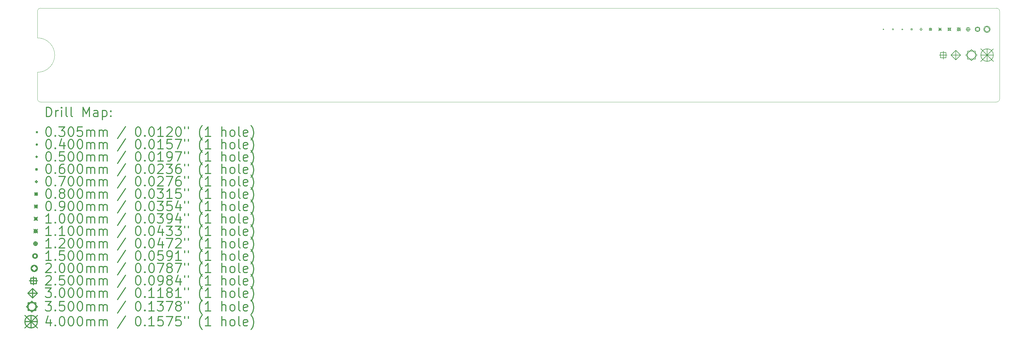
<source format=gbr>
%FSLAX45Y45*%
G04 Gerber Fmt 4.5, Leading zero omitted, Abs format (unit mm)*
G04 Created by KiCad (PCBNEW 5.1.10) date 2021-09-06 22:28:21*
%MOMM*%
%LPD*%
G01*
G04 APERTURE LIST*
%TA.AperFunction,Profile*%
%ADD10C,0.050000*%
%TD*%
%ADD11C,0.200000*%
%ADD12C,0.300000*%
G04 APERTURE END LIST*
D10*
X3000000Y-9950000D02*
G75*
G02*
X3000000Y-11050000I0J-550000D01*
G01*
X3000000Y-11900000D02*
X3000000Y-11050000D01*
X33600000Y-9000000D02*
G75*
G02*
X33700000Y-9100000I0J-100000D01*
G01*
X33700000Y-11900000D02*
G75*
G02*
X33600000Y-12000000I-100000J0D01*
G01*
X3100000Y-12000000D02*
G75*
G02*
X3000000Y-11900000I0J100000D01*
G01*
X3000000Y-9100000D02*
G75*
G02*
X3100000Y-9000000I100000J0D01*
G01*
X3000000Y-9950000D02*
X3000000Y-9100000D01*
X33600000Y-12000000D02*
X3100000Y-12000000D01*
X33700000Y-9100000D02*
X33700000Y-11900000D01*
X3100000Y-9000000D02*
X33600000Y-9000000D01*
D11*
X29979760Y-9659760D02*
X30010240Y-9690240D01*
X30010240Y-9659760D02*
X29979760Y-9690240D01*
X30315000Y-9675000D02*
G75*
G03*
X30315000Y-9675000I-20000J0D01*
G01*
X30595000Y-9650000D02*
X30595000Y-9700000D01*
X30570000Y-9675000D02*
X30620000Y-9675000D01*
X30916213Y-9696213D02*
X30916213Y-9653787D01*
X30873787Y-9653787D01*
X30873787Y-9696213D01*
X30916213Y-9696213D01*
X31195000Y-9710000D02*
X31230000Y-9675000D01*
X31195000Y-9640000D01*
X31160000Y-9675000D01*
X31195000Y-9710000D01*
X31455000Y-9635000D02*
X31535000Y-9715000D01*
X31535000Y-9635000D02*
X31455000Y-9715000D01*
X31535000Y-9675000D02*
G75*
G03*
X31535000Y-9675000I-40000J0D01*
G01*
X31750000Y-9630000D02*
X31840000Y-9720000D01*
X31840000Y-9630000D02*
X31750000Y-9720000D01*
X31795000Y-9630000D02*
X31795000Y-9720000D01*
X31750000Y-9675000D02*
X31840000Y-9675000D01*
X32045000Y-9625000D02*
X32145000Y-9725000D01*
X32145000Y-9625000D02*
X32045000Y-9725000D01*
X32130356Y-9710356D02*
X32130356Y-9639644D01*
X32059644Y-9639644D01*
X32059644Y-9710356D01*
X32130356Y-9710356D01*
X32340000Y-9620000D02*
X32450000Y-9730000D01*
X32450000Y-9620000D02*
X32340000Y-9730000D01*
X32395000Y-9730000D02*
X32450000Y-9675000D01*
X32395000Y-9620000D01*
X32340000Y-9675000D01*
X32395000Y-9730000D01*
X32695000Y-9615000D02*
X32695000Y-9735000D01*
X32635000Y-9675000D02*
X32755000Y-9675000D01*
X32755000Y-9675000D02*
G75*
G03*
X32755000Y-9675000I-60000J0D01*
G01*
X33048033Y-9728034D02*
X33048033Y-9621967D01*
X32941966Y-9621967D01*
X32941966Y-9728034D01*
X33048033Y-9728034D01*
X33070000Y-9675000D02*
G75*
G03*
X33070000Y-9675000I-75000J0D01*
G01*
X33295000Y-9775000D02*
X33395000Y-9675000D01*
X33295000Y-9575000D01*
X33195000Y-9675000D01*
X33295000Y-9775000D01*
X33395000Y-9675000D02*
G75*
G03*
X33395000Y-9675000I-100000J0D01*
G01*
X31900000Y-10375000D02*
X31900000Y-10625000D01*
X31775000Y-10500000D02*
X32025000Y-10500000D01*
X31988389Y-10588389D02*
X31988389Y-10411611D01*
X31811611Y-10411611D01*
X31811611Y-10588389D01*
X31988389Y-10588389D01*
X32300000Y-10350000D02*
X32300000Y-10650000D01*
X32150000Y-10500000D02*
X32450000Y-10500000D01*
X32300000Y-10650000D02*
X32450000Y-10500000D01*
X32300000Y-10350000D01*
X32150000Y-10500000D01*
X32300000Y-10650000D01*
X32800000Y-10675000D02*
X32975000Y-10500000D01*
X32800000Y-10325000D01*
X32625000Y-10500000D01*
X32800000Y-10675000D01*
X32923745Y-10623745D02*
X32923745Y-10376255D01*
X32676255Y-10376255D01*
X32676255Y-10623745D01*
X32923745Y-10623745D01*
X33100000Y-10300000D02*
X33500000Y-10700000D01*
X33500000Y-10300000D02*
X33100000Y-10700000D01*
X33300000Y-10300000D02*
X33300000Y-10700000D01*
X33100000Y-10500000D02*
X33500000Y-10500000D01*
X33500000Y-10500000D02*
G75*
G03*
X33500000Y-10500000I-200000J0D01*
G01*
D12*
X3283928Y-12468214D02*
X3283928Y-12168214D01*
X3355357Y-12168214D01*
X3398214Y-12182500D01*
X3426786Y-12211071D01*
X3441071Y-12239643D01*
X3455357Y-12296786D01*
X3455357Y-12339643D01*
X3441071Y-12396786D01*
X3426786Y-12425357D01*
X3398214Y-12453929D01*
X3355357Y-12468214D01*
X3283928Y-12468214D01*
X3583928Y-12468214D02*
X3583928Y-12268214D01*
X3583928Y-12325357D02*
X3598214Y-12296786D01*
X3612500Y-12282500D01*
X3641071Y-12268214D01*
X3669643Y-12268214D01*
X3769643Y-12468214D02*
X3769643Y-12268214D01*
X3769643Y-12168214D02*
X3755357Y-12182500D01*
X3769643Y-12196786D01*
X3783928Y-12182500D01*
X3769643Y-12168214D01*
X3769643Y-12196786D01*
X3955357Y-12468214D02*
X3926786Y-12453929D01*
X3912500Y-12425357D01*
X3912500Y-12168214D01*
X4112500Y-12468214D02*
X4083928Y-12453929D01*
X4069643Y-12425357D01*
X4069643Y-12168214D01*
X4455357Y-12468214D02*
X4455357Y-12168214D01*
X4555357Y-12382500D01*
X4655357Y-12168214D01*
X4655357Y-12468214D01*
X4926786Y-12468214D02*
X4926786Y-12311071D01*
X4912500Y-12282500D01*
X4883928Y-12268214D01*
X4826786Y-12268214D01*
X4798214Y-12282500D01*
X4926786Y-12453929D02*
X4898214Y-12468214D01*
X4826786Y-12468214D01*
X4798214Y-12453929D01*
X4783928Y-12425357D01*
X4783928Y-12396786D01*
X4798214Y-12368214D01*
X4826786Y-12353929D01*
X4898214Y-12353929D01*
X4926786Y-12339643D01*
X5069643Y-12268214D02*
X5069643Y-12568214D01*
X5069643Y-12282500D02*
X5098214Y-12268214D01*
X5155357Y-12268214D01*
X5183928Y-12282500D01*
X5198214Y-12296786D01*
X5212500Y-12325357D01*
X5212500Y-12411071D01*
X5198214Y-12439643D01*
X5183928Y-12453929D01*
X5155357Y-12468214D01*
X5098214Y-12468214D01*
X5069643Y-12453929D01*
X5341071Y-12439643D02*
X5355357Y-12453929D01*
X5341071Y-12468214D01*
X5326786Y-12453929D01*
X5341071Y-12439643D01*
X5341071Y-12468214D01*
X5341071Y-12282500D02*
X5355357Y-12296786D01*
X5341071Y-12311071D01*
X5326786Y-12296786D01*
X5341071Y-12282500D01*
X5341071Y-12311071D01*
X2967020Y-12947260D02*
X2997500Y-12977740D01*
X2997500Y-12947260D02*
X2967020Y-12977740D01*
X3341071Y-12798214D02*
X3369643Y-12798214D01*
X3398214Y-12812500D01*
X3412500Y-12826786D01*
X3426786Y-12855357D01*
X3441071Y-12912500D01*
X3441071Y-12983929D01*
X3426786Y-13041071D01*
X3412500Y-13069643D01*
X3398214Y-13083929D01*
X3369643Y-13098214D01*
X3341071Y-13098214D01*
X3312500Y-13083929D01*
X3298214Y-13069643D01*
X3283928Y-13041071D01*
X3269643Y-12983929D01*
X3269643Y-12912500D01*
X3283928Y-12855357D01*
X3298214Y-12826786D01*
X3312500Y-12812500D01*
X3341071Y-12798214D01*
X3569643Y-13069643D02*
X3583928Y-13083929D01*
X3569643Y-13098214D01*
X3555357Y-13083929D01*
X3569643Y-13069643D01*
X3569643Y-13098214D01*
X3683928Y-12798214D02*
X3869643Y-12798214D01*
X3769643Y-12912500D01*
X3812500Y-12912500D01*
X3841071Y-12926786D01*
X3855357Y-12941071D01*
X3869643Y-12969643D01*
X3869643Y-13041071D01*
X3855357Y-13069643D01*
X3841071Y-13083929D01*
X3812500Y-13098214D01*
X3726786Y-13098214D01*
X3698214Y-13083929D01*
X3683928Y-13069643D01*
X4055357Y-12798214D02*
X4083928Y-12798214D01*
X4112500Y-12812500D01*
X4126786Y-12826786D01*
X4141071Y-12855357D01*
X4155357Y-12912500D01*
X4155357Y-12983929D01*
X4141071Y-13041071D01*
X4126786Y-13069643D01*
X4112500Y-13083929D01*
X4083928Y-13098214D01*
X4055357Y-13098214D01*
X4026786Y-13083929D01*
X4012500Y-13069643D01*
X3998214Y-13041071D01*
X3983928Y-12983929D01*
X3983928Y-12912500D01*
X3998214Y-12855357D01*
X4012500Y-12826786D01*
X4026786Y-12812500D01*
X4055357Y-12798214D01*
X4426786Y-12798214D02*
X4283928Y-12798214D01*
X4269643Y-12941071D01*
X4283928Y-12926786D01*
X4312500Y-12912500D01*
X4383928Y-12912500D01*
X4412500Y-12926786D01*
X4426786Y-12941071D01*
X4441071Y-12969643D01*
X4441071Y-13041071D01*
X4426786Y-13069643D01*
X4412500Y-13083929D01*
X4383928Y-13098214D01*
X4312500Y-13098214D01*
X4283928Y-13083929D01*
X4269643Y-13069643D01*
X4569643Y-13098214D02*
X4569643Y-12898214D01*
X4569643Y-12926786D02*
X4583928Y-12912500D01*
X4612500Y-12898214D01*
X4655357Y-12898214D01*
X4683928Y-12912500D01*
X4698214Y-12941071D01*
X4698214Y-13098214D01*
X4698214Y-12941071D02*
X4712500Y-12912500D01*
X4741071Y-12898214D01*
X4783928Y-12898214D01*
X4812500Y-12912500D01*
X4826786Y-12941071D01*
X4826786Y-13098214D01*
X4969643Y-13098214D02*
X4969643Y-12898214D01*
X4969643Y-12926786D02*
X4983928Y-12912500D01*
X5012500Y-12898214D01*
X5055357Y-12898214D01*
X5083928Y-12912500D01*
X5098214Y-12941071D01*
X5098214Y-13098214D01*
X5098214Y-12941071D02*
X5112500Y-12912500D01*
X5141071Y-12898214D01*
X5183928Y-12898214D01*
X5212500Y-12912500D01*
X5226786Y-12941071D01*
X5226786Y-13098214D01*
X5812500Y-12783929D02*
X5555357Y-13169643D01*
X6198214Y-12798214D02*
X6226786Y-12798214D01*
X6255357Y-12812500D01*
X6269643Y-12826786D01*
X6283928Y-12855357D01*
X6298214Y-12912500D01*
X6298214Y-12983929D01*
X6283928Y-13041071D01*
X6269643Y-13069643D01*
X6255357Y-13083929D01*
X6226786Y-13098214D01*
X6198214Y-13098214D01*
X6169643Y-13083929D01*
X6155357Y-13069643D01*
X6141071Y-13041071D01*
X6126786Y-12983929D01*
X6126786Y-12912500D01*
X6141071Y-12855357D01*
X6155357Y-12826786D01*
X6169643Y-12812500D01*
X6198214Y-12798214D01*
X6426786Y-13069643D02*
X6441071Y-13083929D01*
X6426786Y-13098214D01*
X6412500Y-13083929D01*
X6426786Y-13069643D01*
X6426786Y-13098214D01*
X6626786Y-12798214D02*
X6655357Y-12798214D01*
X6683928Y-12812500D01*
X6698214Y-12826786D01*
X6712500Y-12855357D01*
X6726786Y-12912500D01*
X6726786Y-12983929D01*
X6712500Y-13041071D01*
X6698214Y-13069643D01*
X6683928Y-13083929D01*
X6655357Y-13098214D01*
X6626786Y-13098214D01*
X6598214Y-13083929D01*
X6583928Y-13069643D01*
X6569643Y-13041071D01*
X6555357Y-12983929D01*
X6555357Y-12912500D01*
X6569643Y-12855357D01*
X6583928Y-12826786D01*
X6598214Y-12812500D01*
X6626786Y-12798214D01*
X7012500Y-13098214D02*
X6841071Y-13098214D01*
X6926786Y-13098214D02*
X6926786Y-12798214D01*
X6898214Y-12841071D01*
X6869643Y-12869643D01*
X6841071Y-12883929D01*
X7126786Y-12826786D02*
X7141071Y-12812500D01*
X7169643Y-12798214D01*
X7241071Y-12798214D01*
X7269643Y-12812500D01*
X7283928Y-12826786D01*
X7298214Y-12855357D01*
X7298214Y-12883929D01*
X7283928Y-12926786D01*
X7112500Y-13098214D01*
X7298214Y-13098214D01*
X7483928Y-12798214D02*
X7512500Y-12798214D01*
X7541071Y-12812500D01*
X7555357Y-12826786D01*
X7569643Y-12855357D01*
X7583928Y-12912500D01*
X7583928Y-12983929D01*
X7569643Y-13041071D01*
X7555357Y-13069643D01*
X7541071Y-13083929D01*
X7512500Y-13098214D01*
X7483928Y-13098214D01*
X7455357Y-13083929D01*
X7441071Y-13069643D01*
X7426786Y-13041071D01*
X7412500Y-12983929D01*
X7412500Y-12912500D01*
X7426786Y-12855357D01*
X7441071Y-12826786D01*
X7455357Y-12812500D01*
X7483928Y-12798214D01*
X7698214Y-12798214D02*
X7698214Y-12855357D01*
X7812500Y-12798214D02*
X7812500Y-12855357D01*
X8255357Y-13212500D02*
X8241071Y-13198214D01*
X8212500Y-13155357D01*
X8198214Y-13126786D01*
X8183928Y-13083929D01*
X8169643Y-13012500D01*
X8169643Y-12955357D01*
X8183928Y-12883929D01*
X8198214Y-12841071D01*
X8212500Y-12812500D01*
X8241071Y-12769643D01*
X8255357Y-12755357D01*
X8526786Y-13098214D02*
X8355357Y-13098214D01*
X8441071Y-13098214D02*
X8441071Y-12798214D01*
X8412500Y-12841071D01*
X8383928Y-12869643D01*
X8355357Y-12883929D01*
X8883928Y-13098214D02*
X8883928Y-12798214D01*
X9012500Y-13098214D02*
X9012500Y-12941071D01*
X8998214Y-12912500D01*
X8969643Y-12898214D01*
X8926786Y-12898214D01*
X8898214Y-12912500D01*
X8883928Y-12926786D01*
X9198214Y-13098214D02*
X9169643Y-13083929D01*
X9155357Y-13069643D01*
X9141071Y-13041071D01*
X9141071Y-12955357D01*
X9155357Y-12926786D01*
X9169643Y-12912500D01*
X9198214Y-12898214D01*
X9241071Y-12898214D01*
X9269643Y-12912500D01*
X9283928Y-12926786D01*
X9298214Y-12955357D01*
X9298214Y-13041071D01*
X9283928Y-13069643D01*
X9269643Y-13083929D01*
X9241071Y-13098214D01*
X9198214Y-13098214D01*
X9469643Y-13098214D02*
X9441071Y-13083929D01*
X9426786Y-13055357D01*
X9426786Y-12798214D01*
X9698214Y-13083929D02*
X9669643Y-13098214D01*
X9612500Y-13098214D01*
X9583928Y-13083929D01*
X9569643Y-13055357D01*
X9569643Y-12941071D01*
X9583928Y-12912500D01*
X9612500Y-12898214D01*
X9669643Y-12898214D01*
X9698214Y-12912500D01*
X9712500Y-12941071D01*
X9712500Y-12969643D01*
X9569643Y-12998214D01*
X9812500Y-13212500D02*
X9826786Y-13198214D01*
X9855357Y-13155357D01*
X9869643Y-13126786D01*
X9883928Y-13083929D01*
X9898214Y-13012500D01*
X9898214Y-12955357D01*
X9883928Y-12883929D01*
X9869643Y-12841071D01*
X9855357Y-12812500D01*
X9826786Y-12769643D01*
X9812500Y-12755357D01*
X2997500Y-13358500D02*
G75*
G03*
X2997500Y-13358500I-20000J0D01*
G01*
X3341071Y-13194214D02*
X3369643Y-13194214D01*
X3398214Y-13208500D01*
X3412500Y-13222786D01*
X3426786Y-13251357D01*
X3441071Y-13308500D01*
X3441071Y-13379929D01*
X3426786Y-13437071D01*
X3412500Y-13465643D01*
X3398214Y-13479929D01*
X3369643Y-13494214D01*
X3341071Y-13494214D01*
X3312500Y-13479929D01*
X3298214Y-13465643D01*
X3283928Y-13437071D01*
X3269643Y-13379929D01*
X3269643Y-13308500D01*
X3283928Y-13251357D01*
X3298214Y-13222786D01*
X3312500Y-13208500D01*
X3341071Y-13194214D01*
X3569643Y-13465643D02*
X3583928Y-13479929D01*
X3569643Y-13494214D01*
X3555357Y-13479929D01*
X3569643Y-13465643D01*
X3569643Y-13494214D01*
X3841071Y-13294214D02*
X3841071Y-13494214D01*
X3769643Y-13179929D02*
X3698214Y-13394214D01*
X3883928Y-13394214D01*
X4055357Y-13194214D02*
X4083928Y-13194214D01*
X4112500Y-13208500D01*
X4126786Y-13222786D01*
X4141071Y-13251357D01*
X4155357Y-13308500D01*
X4155357Y-13379929D01*
X4141071Y-13437071D01*
X4126786Y-13465643D01*
X4112500Y-13479929D01*
X4083928Y-13494214D01*
X4055357Y-13494214D01*
X4026786Y-13479929D01*
X4012500Y-13465643D01*
X3998214Y-13437071D01*
X3983928Y-13379929D01*
X3983928Y-13308500D01*
X3998214Y-13251357D01*
X4012500Y-13222786D01*
X4026786Y-13208500D01*
X4055357Y-13194214D01*
X4341071Y-13194214D02*
X4369643Y-13194214D01*
X4398214Y-13208500D01*
X4412500Y-13222786D01*
X4426786Y-13251357D01*
X4441071Y-13308500D01*
X4441071Y-13379929D01*
X4426786Y-13437071D01*
X4412500Y-13465643D01*
X4398214Y-13479929D01*
X4369643Y-13494214D01*
X4341071Y-13494214D01*
X4312500Y-13479929D01*
X4298214Y-13465643D01*
X4283928Y-13437071D01*
X4269643Y-13379929D01*
X4269643Y-13308500D01*
X4283928Y-13251357D01*
X4298214Y-13222786D01*
X4312500Y-13208500D01*
X4341071Y-13194214D01*
X4569643Y-13494214D02*
X4569643Y-13294214D01*
X4569643Y-13322786D02*
X4583928Y-13308500D01*
X4612500Y-13294214D01*
X4655357Y-13294214D01*
X4683928Y-13308500D01*
X4698214Y-13337071D01*
X4698214Y-13494214D01*
X4698214Y-13337071D02*
X4712500Y-13308500D01*
X4741071Y-13294214D01*
X4783928Y-13294214D01*
X4812500Y-13308500D01*
X4826786Y-13337071D01*
X4826786Y-13494214D01*
X4969643Y-13494214D02*
X4969643Y-13294214D01*
X4969643Y-13322786D02*
X4983928Y-13308500D01*
X5012500Y-13294214D01*
X5055357Y-13294214D01*
X5083928Y-13308500D01*
X5098214Y-13337071D01*
X5098214Y-13494214D01*
X5098214Y-13337071D02*
X5112500Y-13308500D01*
X5141071Y-13294214D01*
X5183928Y-13294214D01*
X5212500Y-13308500D01*
X5226786Y-13337071D01*
X5226786Y-13494214D01*
X5812500Y-13179929D02*
X5555357Y-13565643D01*
X6198214Y-13194214D02*
X6226786Y-13194214D01*
X6255357Y-13208500D01*
X6269643Y-13222786D01*
X6283928Y-13251357D01*
X6298214Y-13308500D01*
X6298214Y-13379929D01*
X6283928Y-13437071D01*
X6269643Y-13465643D01*
X6255357Y-13479929D01*
X6226786Y-13494214D01*
X6198214Y-13494214D01*
X6169643Y-13479929D01*
X6155357Y-13465643D01*
X6141071Y-13437071D01*
X6126786Y-13379929D01*
X6126786Y-13308500D01*
X6141071Y-13251357D01*
X6155357Y-13222786D01*
X6169643Y-13208500D01*
X6198214Y-13194214D01*
X6426786Y-13465643D02*
X6441071Y-13479929D01*
X6426786Y-13494214D01*
X6412500Y-13479929D01*
X6426786Y-13465643D01*
X6426786Y-13494214D01*
X6626786Y-13194214D02*
X6655357Y-13194214D01*
X6683928Y-13208500D01*
X6698214Y-13222786D01*
X6712500Y-13251357D01*
X6726786Y-13308500D01*
X6726786Y-13379929D01*
X6712500Y-13437071D01*
X6698214Y-13465643D01*
X6683928Y-13479929D01*
X6655357Y-13494214D01*
X6626786Y-13494214D01*
X6598214Y-13479929D01*
X6583928Y-13465643D01*
X6569643Y-13437071D01*
X6555357Y-13379929D01*
X6555357Y-13308500D01*
X6569643Y-13251357D01*
X6583928Y-13222786D01*
X6598214Y-13208500D01*
X6626786Y-13194214D01*
X7012500Y-13494214D02*
X6841071Y-13494214D01*
X6926786Y-13494214D02*
X6926786Y-13194214D01*
X6898214Y-13237071D01*
X6869643Y-13265643D01*
X6841071Y-13279929D01*
X7283928Y-13194214D02*
X7141071Y-13194214D01*
X7126786Y-13337071D01*
X7141071Y-13322786D01*
X7169643Y-13308500D01*
X7241071Y-13308500D01*
X7269643Y-13322786D01*
X7283928Y-13337071D01*
X7298214Y-13365643D01*
X7298214Y-13437071D01*
X7283928Y-13465643D01*
X7269643Y-13479929D01*
X7241071Y-13494214D01*
X7169643Y-13494214D01*
X7141071Y-13479929D01*
X7126786Y-13465643D01*
X7398214Y-13194214D02*
X7598214Y-13194214D01*
X7469643Y-13494214D01*
X7698214Y-13194214D02*
X7698214Y-13251357D01*
X7812500Y-13194214D02*
X7812500Y-13251357D01*
X8255357Y-13608500D02*
X8241071Y-13594214D01*
X8212500Y-13551357D01*
X8198214Y-13522786D01*
X8183928Y-13479929D01*
X8169643Y-13408500D01*
X8169643Y-13351357D01*
X8183928Y-13279929D01*
X8198214Y-13237071D01*
X8212500Y-13208500D01*
X8241071Y-13165643D01*
X8255357Y-13151357D01*
X8526786Y-13494214D02*
X8355357Y-13494214D01*
X8441071Y-13494214D02*
X8441071Y-13194214D01*
X8412500Y-13237071D01*
X8383928Y-13265643D01*
X8355357Y-13279929D01*
X8883928Y-13494214D02*
X8883928Y-13194214D01*
X9012500Y-13494214D02*
X9012500Y-13337071D01*
X8998214Y-13308500D01*
X8969643Y-13294214D01*
X8926786Y-13294214D01*
X8898214Y-13308500D01*
X8883928Y-13322786D01*
X9198214Y-13494214D02*
X9169643Y-13479929D01*
X9155357Y-13465643D01*
X9141071Y-13437071D01*
X9141071Y-13351357D01*
X9155357Y-13322786D01*
X9169643Y-13308500D01*
X9198214Y-13294214D01*
X9241071Y-13294214D01*
X9269643Y-13308500D01*
X9283928Y-13322786D01*
X9298214Y-13351357D01*
X9298214Y-13437071D01*
X9283928Y-13465643D01*
X9269643Y-13479929D01*
X9241071Y-13494214D01*
X9198214Y-13494214D01*
X9469643Y-13494214D02*
X9441071Y-13479929D01*
X9426786Y-13451357D01*
X9426786Y-13194214D01*
X9698214Y-13479929D02*
X9669643Y-13494214D01*
X9612500Y-13494214D01*
X9583928Y-13479929D01*
X9569643Y-13451357D01*
X9569643Y-13337071D01*
X9583928Y-13308500D01*
X9612500Y-13294214D01*
X9669643Y-13294214D01*
X9698214Y-13308500D01*
X9712500Y-13337071D01*
X9712500Y-13365643D01*
X9569643Y-13394214D01*
X9812500Y-13608500D02*
X9826786Y-13594214D01*
X9855357Y-13551357D01*
X9869643Y-13522786D01*
X9883928Y-13479929D01*
X9898214Y-13408500D01*
X9898214Y-13351357D01*
X9883928Y-13279929D01*
X9869643Y-13237071D01*
X9855357Y-13208500D01*
X9826786Y-13165643D01*
X9812500Y-13151357D01*
X2972500Y-13729500D02*
X2972500Y-13779500D01*
X2947500Y-13754500D02*
X2997500Y-13754500D01*
X3341071Y-13590214D02*
X3369643Y-13590214D01*
X3398214Y-13604500D01*
X3412500Y-13618786D01*
X3426786Y-13647357D01*
X3441071Y-13704500D01*
X3441071Y-13775929D01*
X3426786Y-13833071D01*
X3412500Y-13861643D01*
X3398214Y-13875929D01*
X3369643Y-13890214D01*
X3341071Y-13890214D01*
X3312500Y-13875929D01*
X3298214Y-13861643D01*
X3283928Y-13833071D01*
X3269643Y-13775929D01*
X3269643Y-13704500D01*
X3283928Y-13647357D01*
X3298214Y-13618786D01*
X3312500Y-13604500D01*
X3341071Y-13590214D01*
X3569643Y-13861643D02*
X3583928Y-13875929D01*
X3569643Y-13890214D01*
X3555357Y-13875929D01*
X3569643Y-13861643D01*
X3569643Y-13890214D01*
X3855357Y-13590214D02*
X3712500Y-13590214D01*
X3698214Y-13733071D01*
X3712500Y-13718786D01*
X3741071Y-13704500D01*
X3812500Y-13704500D01*
X3841071Y-13718786D01*
X3855357Y-13733071D01*
X3869643Y-13761643D01*
X3869643Y-13833071D01*
X3855357Y-13861643D01*
X3841071Y-13875929D01*
X3812500Y-13890214D01*
X3741071Y-13890214D01*
X3712500Y-13875929D01*
X3698214Y-13861643D01*
X4055357Y-13590214D02*
X4083928Y-13590214D01*
X4112500Y-13604500D01*
X4126786Y-13618786D01*
X4141071Y-13647357D01*
X4155357Y-13704500D01*
X4155357Y-13775929D01*
X4141071Y-13833071D01*
X4126786Y-13861643D01*
X4112500Y-13875929D01*
X4083928Y-13890214D01*
X4055357Y-13890214D01*
X4026786Y-13875929D01*
X4012500Y-13861643D01*
X3998214Y-13833071D01*
X3983928Y-13775929D01*
X3983928Y-13704500D01*
X3998214Y-13647357D01*
X4012500Y-13618786D01*
X4026786Y-13604500D01*
X4055357Y-13590214D01*
X4341071Y-13590214D02*
X4369643Y-13590214D01*
X4398214Y-13604500D01*
X4412500Y-13618786D01*
X4426786Y-13647357D01*
X4441071Y-13704500D01*
X4441071Y-13775929D01*
X4426786Y-13833071D01*
X4412500Y-13861643D01*
X4398214Y-13875929D01*
X4369643Y-13890214D01*
X4341071Y-13890214D01*
X4312500Y-13875929D01*
X4298214Y-13861643D01*
X4283928Y-13833071D01*
X4269643Y-13775929D01*
X4269643Y-13704500D01*
X4283928Y-13647357D01*
X4298214Y-13618786D01*
X4312500Y-13604500D01*
X4341071Y-13590214D01*
X4569643Y-13890214D02*
X4569643Y-13690214D01*
X4569643Y-13718786D02*
X4583928Y-13704500D01*
X4612500Y-13690214D01*
X4655357Y-13690214D01*
X4683928Y-13704500D01*
X4698214Y-13733071D01*
X4698214Y-13890214D01*
X4698214Y-13733071D02*
X4712500Y-13704500D01*
X4741071Y-13690214D01*
X4783928Y-13690214D01*
X4812500Y-13704500D01*
X4826786Y-13733071D01*
X4826786Y-13890214D01*
X4969643Y-13890214D02*
X4969643Y-13690214D01*
X4969643Y-13718786D02*
X4983928Y-13704500D01*
X5012500Y-13690214D01*
X5055357Y-13690214D01*
X5083928Y-13704500D01*
X5098214Y-13733071D01*
X5098214Y-13890214D01*
X5098214Y-13733071D02*
X5112500Y-13704500D01*
X5141071Y-13690214D01*
X5183928Y-13690214D01*
X5212500Y-13704500D01*
X5226786Y-13733071D01*
X5226786Y-13890214D01*
X5812500Y-13575929D02*
X5555357Y-13961643D01*
X6198214Y-13590214D02*
X6226786Y-13590214D01*
X6255357Y-13604500D01*
X6269643Y-13618786D01*
X6283928Y-13647357D01*
X6298214Y-13704500D01*
X6298214Y-13775929D01*
X6283928Y-13833071D01*
X6269643Y-13861643D01*
X6255357Y-13875929D01*
X6226786Y-13890214D01*
X6198214Y-13890214D01*
X6169643Y-13875929D01*
X6155357Y-13861643D01*
X6141071Y-13833071D01*
X6126786Y-13775929D01*
X6126786Y-13704500D01*
X6141071Y-13647357D01*
X6155357Y-13618786D01*
X6169643Y-13604500D01*
X6198214Y-13590214D01*
X6426786Y-13861643D02*
X6441071Y-13875929D01*
X6426786Y-13890214D01*
X6412500Y-13875929D01*
X6426786Y-13861643D01*
X6426786Y-13890214D01*
X6626786Y-13590214D02*
X6655357Y-13590214D01*
X6683928Y-13604500D01*
X6698214Y-13618786D01*
X6712500Y-13647357D01*
X6726786Y-13704500D01*
X6726786Y-13775929D01*
X6712500Y-13833071D01*
X6698214Y-13861643D01*
X6683928Y-13875929D01*
X6655357Y-13890214D01*
X6626786Y-13890214D01*
X6598214Y-13875929D01*
X6583928Y-13861643D01*
X6569643Y-13833071D01*
X6555357Y-13775929D01*
X6555357Y-13704500D01*
X6569643Y-13647357D01*
X6583928Y-13618786D01*
X6598214Y-13604500D01*
X6626786Y-13590214D01*
X7012500Y-13890214D02*
X6841071Y-13890214D01*
X6926786Y-13890214D02*
X6926786Y-13590214D01*
X6898214Y-13633071D01*
X6869643Y-13661643D01*
X6841071Y-13675929D01*
X7155357Y-13890214D02*
X7212500Y-13890214D01*
X7241071Y-13875929D01*
X7255357Y-13861643D01*
X7283928Y-13818786D01*
X7298214Y-13761643D01*
X7298214Y-13647357D01*
X7283928Y-13618786D01*
X7269643Y-13604500D01*
X7241071Y-13590214D01*
X7183928Y-13590214D01*
X7155357Y-13604500D01*
X7141071Y-13618786D01*
X7126786Y-13647357D01*
X7126786Y-13718786D01*
X7141071Y-13747357D01*
X7155357Y-13761643D01*
X7183928Y-13775929D01*
X7241071Y-13775929D01*
X7269643Y-13761643D01*
X7283928Y-13747357D01*
X7298214Y-13718786D01*
X7398214Y-13590214D02*
X7598214Y-13590214D01*
X7469643Y-13890214D01*
X7698214Y-13590214D02*
X7698214Y-13647357D01*
X7812500Y-13590214D02*
X7812500Y-13647357D01*
X8255357Y-14004500D02*
X8241071Y-13990214D01*
X8212500Y-13947357D01*
X8198214Y-13918786D01*
X8183928Y-13875929D01*
X8169643Y-13804500D01*
X8169643Y-13747357D01*
X8183928Y-13675929D01*
X8198214Y-13633071D01*
X8212500Y-13604500D01*
X8241071Y-13561643D01*
X8255357Y-13547357D01*
X8526786Y-13890214D02*
X8355357Y-13890214D01*
X8441071Y-13890214D02*
X8441071Y-13590214D01*
X8412500Y-13633071D01*
X8383928Y-13661643D01*
X8355357Y-13675929D01*
X8883928Y-13890214D02*
X8883928Y-13590214D01*
X9012500Y-13890214D02*
X9012500Y-13733071D01*
X8998214Y-13704500D01*
X8969643Y-13690214D01*
X8926786Y-13690214D01*
X8898214Y-13704500D01*
X8883928Y-13718786D01*
X9198214Y-13890214D02*
X9169643Y-13875929D01*
X9155357Y-13861643D01*
X9141071Y-13833071D01*
X9141071Y-13747357D01*
X9155357Y-13718786D01*
X9169643Y-13704500D01*
X9198214Y-13690214D01*
X9241071Y-13690214D01*
X9269643Y-13704500D01*
X9283928Y-13718786D01*
X9298214Y-13747357D01*
X9298214Y-13833071D01*
X9283928Y-13861643D01*
X9269643Y-13875929D01*
X9241071Y-13890214D01*
X9198214Y-13890214D01*
X9469643Y-13890214D02*
X9441071Y-13875929D01*
X9426786Y-13847357D01*
X9426786Y-13590214D01*
X9698214Y-13875929D02*
X9669643Y-13890214D01*
X9612500Y-13890214D01*
X9583928Y-13875929D01*
X9569643Y-13847357D01*
X9569643Y-13733071D01*
X9583928Y-13704500D01*
X9612500Y-13690214D01*
X9669643Y-13690214D01*
X9698214Y-13704500D01*
X9712500Y-13733071D01*
X9712500Y-13761643D01*
X9569643Y-13790214D01*
X9812500Y-14004500D02*
X9826786Y-13990214D01*
X9855357Y-13947357D01*
X9869643Y-13918786D01*
X9883928Y-13875929D01*
X9898214Y-13804500D01*
X9898214Y-13747357D01*
X9883928Y-13675929D01*
X9869643Y-13633071D01*
X9855357Y-13604500D01*
X9826786Y-13561643D01*
X9812500Y-13547357D01*
X2988713Y-14171713D02*
X2988713Y-14129287D01*
X2946286Y-14129287D01*
X2946286Y-14171713D01*
X2988713Y-14171713D01*
X3341071Y-13986214D02*
X3369643Y-13986214D01*
X3398214Y-14000500D01*
X3412500Y-14014786D01*
X3426786Y-14043357D01*
X3441071Y-14100500D01*
X3441071Y-14171929D01*
X3426786Y-14229071D01*
X3412500Y-14257643D01*
X3398214Y-14271929D01*
X3369643Y-14286214D01*
X3341071Y-14286214D01*
X3312500Y-14271929D01*
X3298214Y-14257643D01*
X3283928Y-14229071D01*
X3269643Y-14171929D01*
X3269643Y-14100500D01*
X3283928Y-14043357D01*
X3298214Y-14014786D01*
X3312500Y-14000500D01*
X3341071Y-13986214D01*
X3569643Y-14257643D02*
X3583928Y-14271929D01*
X3569643Y-14286214D01*
X3555357Y-14271929D01*
X3569643Y-14257643D01*
X3569643Y-14286214D01*
X3841071Y-13986214D02*
X3783928Y-13986214D01*
X3755357Y-14000500D01*
X3741071Y-14014786D01*
X3712500Y-14057643D01*
X3698214Y-14114786D01*
X3698214Y-14229071D01*
X3712500Y-14257643D01*
X3726786Y-14271929D01*
X3755357Y-14286214D01*
X3812500Y-14286214D01*
X3841071Y-14271929D01*
X3855357Y-14257643D01*
X3869643Y-14229071D01*
X3869643Y-14157643D01*
X3855357Y-14129071D01*
X3841071Y-14114786D01*
X3812500Y-14100500D01*
X3755357Y-14100500D01*
X3726786Y-14114786D01*
X3712500Y-14129071D01*
X3698214Y-14157643D01*
X4055357Y-13986214D02*
X4083928Y-13986214D01*
X4112500Y-14000500D01*
X4126786Y-14014786D01*
X4141071Y-14043357D01*
X4155357Y-14100500D01*
X4155357Y-14171929D01*
X4141071Y-14229071D01*
X4126786Y-14257643D01*
X4112500Y-14271929D01*
X4083928Y-14286214D01*
X4055357Y-14286214D01*
X4026786Y-14271929D01*
X4012500Y-14257643D01*
X3998214Y-14229071D01*
X3983928Y-14171929D01*
X3983928Y-14100500D01*
X3998214Y-14043357D01*
X4012500Y-14014786D01*
X4026786Y-14000500D01*
X4055357Y-13986214D01*
X4341071Y-13986214D02*
X4369643Y-13986214D01*
X4398214Y-14000500D01*
X4412500Y-14014786D01*
X4426786Y-14043357D01*
X4441071Y-14100500D01*
X4441071Y-14171929D01*
X4426786Y-14229071D01*
X4412500Y-14257643D01*
X4398214Y-14271929D01*
X4369643Y-14286214D01*
X4341071Y-14286214D01*
X4312500Y-14271929D01*
X4298214Y-14257643D01*
X4283928Y-14229071D01*
X4269643Y-14171929D01*
X4269643Y-14100500D01*
X4283928Y-14043357D01*
X4298214Y-14014786D01*
X4312500Y-14000500D01*
X4341071Y-13986214D01*
X4569643Y-14286214D02*
X4569643Y-14086214D01*
X4569643Y-14114786D02*
X4583928Y-14100500D01*
X4612500Y-14086214D01*
X4655357Y-14086214D01*
X4683928Y-14100500D01*
X4698214Y-14129071D01*
X4698214Y-14286214D01*
X4698214Y-14129071D02*
X4712500Y-14100500D01*
X4741071Y-14086214D01*
X4783928Y-14086214D01*
X4812500Y-14100500D01*
X4826786Y-14129071D01*
X4826786Y-14286214D01*
X4969643Y-14286214D02*
X4969643Y-14086214D01*
X4969643Y-14114786D02*
X4983928Y-14100500D01*
X5012500Y-14086214D01*
X5055357Y-14086214D01*
X5083928Y-14100500D01*
X5098214Y-14129071D01*
X5098214Y-14286214D01*
X5098214Y-14129071D02*
X5112500Y-14100500D01*
X5141071Y-14086214D01*
X5183928Y-14086214D01*
X5212500Y-14100500D01*
X5226786Y-14129071D01*
X5226786Y-14286214D01*
X5812500Y-13971929D02*
X5555357Y-14357643D01*
X6198214Y-13986214D02*
X6226786Y-13986214D01*
X6255357Y-14000500D01*
X6269643Y-14014786D01*
X6283928Y-14043357D01*
X6298214Y-14100500D01*
X6298214Y-14171929D01*
X6283928Y-14229071D01*
X6269643Y-14257643D01*
X6255357Y-14271929D01*
X6226786Y-14286214D01*
X6198214Y-14286214D01*
X6169643Y-14271929D01*
X6155357Y-14257643D01*
X6141071Y-14229071D01*
X6126786Y-14171929D01*
X6126786Y-14100500D01*
X6141071Y-14043357D01*
X6155357Y-14014786D01*
X6169643Y-14000500D01*
X6198214Y-13986214D01*
X6426786Y-14257643D02*
X6441071Y-14271929D01*
X6426786Y-14286214D01*
X6412500Y-14271929D01*
X6426786Y-14257643D01*
X6426786Y-14286214D01*
X6626786Y-13986214D02*
X6655357Y-13986214D01*
X6683928Y-14000500D01*
X6698214Y-14014786D01*
X6712500Y-14043357D01*
X6726786Y-14100500D01*
X6726786Y-14171929D01*
X6712500Y-14229071D01*
X6698214Y-14257643D01*
X6683928Y-14271929D01*
X6655357Y-14286214D01*
X6626786Y-14286214D01*
X6598214Y-14271929D01*
X6583928Y-14257643D01*
X6569643Y-14229071D01*
X6555357Y-14171929D01*
X6555357Y-14100500D01*
X6569643Y-14043357D01*
X6583928Y-14014786D01*
X6598214Y-14000500D01*
X6626786Y-13986214D01*
X6841071Y-14014786D02*
X6855357Y-14000500D01*
X6883928Y-13986214D01*
X6955357Y-13986214D01*
X6983928Y-14000500D01*
X6998214Y-14014786D01*
X7012500Y-14043357D01*
X7012500Y-14071929D01*
X6998214Y-14114786D01*
X6826786Y-14286214D01*
X7012500Y-14286214D01*
X7112500Y-13986214D02*
X7298214Y-13986214D01*
X7198214Y-14100500D01*
X7241071Y-14100500D01*
X7269643Y-14114786D01*
X7283928Y-14129071D01*
X7298214Y-14157643D01*
X7298214Y-14229071D01*
X7283928Y-14257643D01*
X7269643Y-14271929D01*
X7241071Y-14286214D01*
X7155357Y-14286214D01*
X7126786Y-14271929D01*
X7112500Y-14257643D01*
X7555357Y-13986214D02*
X7498214Y-13986214D01*
X7469643Y-14000500D01*
X7455357Y-14014786D01*
X7426786Y-14057643D01*
X7412500Y-14114786D01*
X7412500Y-14229071D01*
X7426786Y-14257643D01*
X7441071Y-14271929D01*
X7469643Y-14286214D01*
X7526786Y-14286214D01*
X7555357Y-14271929D01*
X7569643Y-14257643D01*
X7583928Y-14229071D01*
X7583928Y-14157643D01*
X7569643Y-14129071D01*
X7555357Y-14114786D01*
X7526786Y-14100500D01*
X7469643Y-14100500D01*
X7441071Y-14114786D01*
X7426786Y-14129071D01*
X7412500Y-14157643D01*
X7698214Y-13986214D02*
X7698214Y-14043357D01*
X7812500Y-13986214D02*
X7812500Y-14043357D01*
X8255357Y-14400500D02*
X8241071Y-14386214D01*
X8212500Y-14343357D01*
X8198214Y-14314786D01*
X8183928Y-14271929D01*
X8169643Y-14200500D01*
X8169643Y-14143357D01*
X8183928Y-14071929D01*
X8198214Y-14029071D01*
X8212500Y-14000500D01*
X8241071Y-13957643D01*
X8255357Y-13943357D01*
X8526786Y-14286214D02*
X8355357Y-14286214D01*
X8441071Y-14286214D02*
X8441071Y-13986214D01*
X8412500Y-14029071D01*
X8383928Y-14057643D01*
X8355357Y-14071929D01*
X8883928Y-14286214D02*
X8883928Y-13986214D01*
X9012500Y-14286214D02*
X9012500Y-14129071D01*
X8998214Y-14100500D01*
X8969643Y-14086214D01*
X8926786Y-14086214D01*
X8898214Y-14100500D01*
X8883928Y-14114786D01*
X9198214Y-14286214D02*
X9169643Y-14271929D01*
X9155357Y-14257643D01*
X9141071Y-14229071D01*
X9141071Y-14143357D01*
X9155357Y-14114786D01*
X9169643Y-14100500D01*
X9198214Y-14086214D01*
X9241071Y-14086214D01*
X9269643Y-14100500D01*
X9283928Y-14114786D01*
X9298214Y-14143357D01*
X9298214Y-14229071D01*
X9283928Y-14257643D01*
X9269643Y-14271929D01*
X9241071Y-14286214D01*
X9198214Y-14286214D01*
X9469643Y-14286214D02*
X9441071Y-14271929D01*
X9426786Y-14243357D01*
X9426786Y-13986214D01*
X9698214Y-14271929D02*
X9669643Y-14286214D01*
X9612500Y-14286214D01*
X9583928Y-14271929D01*
X9569643Y-14243357D01*
X9569643Y-14129071D01*
X9583928Y-14100500D01*
X9612500Y-14086214D01*
X9669643Y-14086214D01*
X9698214Y-14100500D01*
X9712500Y-14129071D01*
X9712500Y-14157643D01*
X9569643Y-14186214D01*
X9812500Y-14400500D02*
X9826786Y-14386214D01*
X9855357Y-14343357D01*
X9869643Y-14314786D01*
X9883928Y-14271929D01*
X9898214Y-14200500D01*
X9898214Y-14143357D01*
X9883928Y-14071929D01*
X9869643Y-14029071D01*
X9855357Y-14000500D01*
X9826786Y-13957643D01*
X9812500Y-13943357D01*
X2962500Y-14581500D02*
X2997500Y-14546500D01*
X2962500Y-14511500D01*
X2927500Y-14546500D01*
X2962500Y-14581500D01*
X3341071Y-14382214D02*
X3369643Y-14382214D01*
X3398214Y-14396500D01*
X3412500Y-14410786D01*
X3426786Y-14439357D01*
X3441071Y-14496500D01*
X3441071Y-14567929D01*
X3426786Y-14625071D01*
X3412500Y-14653643D01*
X3398214Y-14667929D01*
X3369643Y-14682214D01*
X3341071Y-14682214D01*
X3312500Y-14667929D01*
X3298214Y-14653643D01*
X3283928Y-14625071D01*
X3269643Y-14567929D01*
X3269643Y-14496500D01*
X3283928Y-14439357D01*
X3298214Y-14410786D01*
X3312500Y-14396500D01*
X3341071Y-14382214D01*
X3569643Y-14653643D02*
X3583928Y-14667929D01*
X3569643Y-14682214D01*
X3555357Y-14667929D01*
X3569643Y-14653643D01*
X3569643Y-14682214D01*
X3683928Y-14382214D02*
X3883928Y-14382214D01*
X3755357Y-14682214D01*
X4055357Y-14382214D02*
X4083928Y-14382214D01*
X4112500Y-14396500D01*
X4126786Y-14410786D01*
X4141071Y-14439357D01*
X4155357Y-14496500D01*
X4155357Y-14567929D01*
X4141071Y-14625071D01*
X4126786Y-14653643D01*
X4112500Y-14667929D01*
X4083928Y-14682214D01*
X4055357Y-14682214D01*
X4026786Y-14667929D01*
X4012500Y-14653643D01*
X3998214Y-14625071D01*
X3983928Y-14567929D01*
X3983928Y-14496500D01*
X3998214Y-14439357D01*
X4012500Y-14410786D01*
X4026786Y-14396500D01*
X4055357Y-14382214D01*
X4341071Y-14382214D02*
X4369643Y-14382214D01*
X4398214Y-14396500D01*
X4412500Y-14410786D01*
X4426786Y-14439357D01*
X4441071Y-14496500D01*
X4441071Y-14567929D01*
X4426786Y-14625071D01*
X4412500Y-14653643D01*
X4398214Y-14667929D01*
X4369643Y-14682214D01*
X4341071Y-14682214D01*
X4312500Y-14667929D01*
X4298214Y-14653643D01*
X4283928Y-14625071D01*
X4269643Y-14567929D01*
X4269643Y-14496500D01*
X4283928Y-14439357D01*
X4298214Y-14410786D01*
X4312500Y-14396500D01*
X4341071Y-14382214D01*
X4569643Y-14682214D02*
X4569643Y-14482214D01*
X4569643Y-14510786D02*
X4583928Y-14496500D01*
X4612500Y-14482214D01*
X4655357Y-14482214D01*
X4683928Y-14496500D01*
X4698214Y-14525071D01*
X4698214Y-14682214D01*
X4698214Y-14525071D02*
X4712500Y-14496500D01*
X4741071Y-14482214D01*
X4783928Y-14482214D01*
X4812500Y-14496500D01*
X4826786Y-14525071D01*
X4826786Y-14682214D01*
X4969643Y-14682214D02*
X4969643Y-14482214D01*
X4969643Y-14510786D02*
X4983928Y-14496500D01*
X5012500Y-14482214D01*
X5055357Y-14482214D01*
X5083928Y-14496500D01*
X5098214Y-14525071D01*
X5098214Y-14682214D01*
X5098214Y-14525071D02*
X5112500Y-14496500D01*
X5141071Y-14482214D01*
X5183928Y-14482214D01*
X5212500Y-14496500D01*
X5226786Y-14525071D01*
X5226786Y-14682214D01*
X5812500Y-14367929D02*
X5555357Y-14753643D01*
X6198214Y-14382214D02*
X6226786Y-14382214D01*
X6255357Y-14396500D01*
X6269643Y-14410786D01*
X6283928Y-14439357D01*
X6298214Y-14496500D01*
X6298214Y-14567929D01*
X6283928Y-14625071D01*
X6269643Y-14653643D01*
X6255357Y-14667929D01*
X6226786Y-14682214D01*
X6198214Y-14682214D01*
X6169643Y-14667929D01*
X6155357Y-14653643D01*
X6141071Y-14625071D01*
X6126786Y-14567929D01*
X6126786Y-14496500D01*
X6141071Y-14439357D01*
X6155357Y-14410786D01*
X6169643Y-14396500D01*
X6198214Y-14382214D01*
X6426786Y-14653643D02*
X6441071Y-14667929D01*
X6426786Y-14682214D01*
X6412500Y-14667929D01*
X6426786Y-14653643D01*
X6426786Y-14682214D01*
X6626786Y-14382214D02*
X6655357Y-14382214D01*
X6683928Y-14396500D01*
X6698214Y-14410786D01*
X6712500Y-14439357D01*
X6726786Y-14496500D01*
X6726786Y-14567929D01*
X6712500Y-14625071D01*
X6698214Y-14653643D01*
X6683928Y-14667929D01*
X6655357Y-14682214D01*
X6626786Y-14682214D01*
X6598214Y-14667929D01*
X6583928Y-14653643D01*
X6569643Y-14625071D01*
X6555357Y-14567929D01*
X6555357Y-14496500D01*
X6569643Y-14439357D01*
X6583928Y-14410786D01*
X6598214Y-14396500D01*
X6626786Y-14382214D01*
X6841071Y-14410786D02*
X6855357Y-14396500D01*
X6883928Y-14382214D01*
X6955357Y-14382214D01*
X6983928Y-14396500D01*
X6998214Y-14410786D01*
X7012500Y-14439357D01*
X7012500Y-14467929D01*
X6998214Y-14510786D01*
X6826786Y-14682214D01*
X7012500Y-14682214D01*
X7112500Y-14382214D02*
X7312500Y-14382214D01*
X7183928Y-14682214D01*
X7555357Y-14382214D02*
X7498214Y-14382214D01*
X7469643Y-14396500D01*
X7455357Y-14410786D01*
X7426786Y-14453643D01*
X7412500Y-14510786D01*
X7412500Y-14625071D01*
X7426786Y-14653643D01*
X7441071Y-14667929D01*
X7469643Y-14682214D01*
X7526786Y-14682214D01*
X7555357Y-14667929D01*
X7569643Y-14653643D01*
X7583928Y-14625071D01*
X7583928Y-14553643D01*
X7569643Y-14525071D01*
X7555357Y-14510786D01*
X7526786Y-14496500D01*
X7469643Y-14496500D01*
X7441071Y-14510786D01*
X7426786Y-14525071D01*
X7412500Y-14553643D01*
X7698214Y-14382214D02*
X7698214Y-14439357D01*
X7812500Y-14382214D02*
X7812500Y-14439357D01*
X8255357Y-14796500D02*
X8241071Y-14782214D01*
X8212500Y-14739357D01*
X8198214Y-14710786D01*
X8183928Y-14667929D01*
X8169643Y-14596500D01*
X8169643Y-14539357D01*
X8183928Y-14467929D01*
X8198214Y-14425071D01*
X8212500Y-14396500D01*
X8241071Y-14353643D01*
X8255357Y-14339357D01*
X8526786Y-14682214D02*
X8355357Y-14682214D01*
X8441071Y-14682214D02*
X8441071Y-14382214D01*
X8412500Y-14425071D01*
X8383928Y-14453643D01*
X8355357Y-14467929D01*
X8883928Y-14682214D02*
X8883928Y-14382214D01*
X9012500Y-14682214D02*
X9012500Y-14525071D01*
X8998214Y-14496500D01*
X8969643Y-14482214D01*
X8926786Y-14482214D01*
X8898214Y-14496500D01*
X8883928Y-14510786D01*
X9198214Y-14682214D02*
X9169643Y-14667929D01*
X9155357Y-14653643D01*
X9141071Y-14625071D01*
X9141071Y-14539357D01*
X9155357Y-14510786D01*
X9169643Y-14496500D01*
X9198214Y-14482214D01*
X9241071Y-14482214D01*
X9269643Y-14496500D01*
X9283928Y-14510786D01*
X9298214Y-14539357D01*
X9298214Y-14625071D01*
X9283928Y-14653643D01*
X9269643Y-14667929D01*
X9241071Y-14682214D01*
X9198214Y-14682214D01*
X9469643Y-14682214D02*
X9441071Y-14667929D01*
X9426786Y-14639357D01*
X9426786Y-14382214D01*
X9698214Y-14667929D02*
X9669643Y-14682214D01*
X9612500Y-14682214D01*
X9583928Y-14667929D01*
X9569643Y-14639357D01*
X9569643Y-14525071D01*
X9583928Y-14496500D01*
X9612500Y-14482214D01*
X9669643Y-14482214D01*
X9698214Y-14496500D01*
X9712500Y-14525071D01*
X9712500Y-14553643D01*
X9569643Y-14582214D01*
X9812500Y-14796500D02*
X9826786Y-14782214D01*
X9855357Y-14739357D01*
X9869643Y-14710786D01*
X9883928Y-14667929D01*
X9898214Y-14596500D01*
X9898214Y-14539357D01*
X9883928Y-14467929D01*
X9869643Y-14425071D01*
X9855357Y-14396500D01*
X9826786Y-14353643D01*
X9812500Y-14339357D01*
X2917500Y-14902500D02*
X2997500Y-14982500D01*
X2997500Y-14902500D02*
X2917500Y-14982500D01*
X2997500Y-14942500D02*
G75*
G03*
X2997500Y-14942500I-40000J0D01*
G01*
X3341071Y-14778214D02*
X3369643Y-14778214D01*
X3398214Y-14792500D01*
X3412500Y-14806786D01*
X3426786Y-14835357D01*
X3441071Y-14892500D01*
X3441071Y-14963929D01*
X3426786Y-15021071D01*
X3412500Y-15049643D01*
X3398214Y-15063929D01*
X3369643Y-15078214D01*
X3341071Y-15078214D01*
X3312500Y-15063929D01*
X3298214Y-15049643D01*
X3283928Y-15021071D01*
X3269643Y-14963929D01*
X3269643Y-14892500D01*
X3283928Y-14835357D01*
X3298214Y-14806786D01*
X3312500Y-14792500D01*
X3341071Y-14778214D01*
X3569643Y-15049643D02*
X3583928Y-15063929D01*
X3569643Y-15078214D01*
X3555357Y-15063929D01*
X3569643Y-15049643D01*
X3569643Y-15078214D01*
X3755357Y-14906786D02*
X3726786Y-14892500D01*
X3712500Y-14878214D01*
X3698214Y-14849643D01*
X3698214Y-14835357D01*
X3712500Y-14806786D01*
X3726786Y-14792500D01*
X3755357Y-14778214D01*
X3812500Y-14778214D01*
X3841071Y-14792500D01*
X3855357Y-14806786D01*
X3869643Y-14835357D01*
X3869643Y-14849643D01*
X3855357Y-14878214D01*
X3841071Y-14892500D01*
X3812500Y-14906786D01*
X3755357Y-14906786D01*
X3726786Y-14921071D01*
X3712500Y-14935357D01*
X3698214Y-14963929D01*
X3698214Y-15021071D01*
X3712500Y-15049643D01*
X3726786Y-15063929D01*
X3755357Y-15078214D01*
X3812500Y-15078214D01*
X3841071Y-15063929D01*
X3855357Y-15049643D01*
X3869643Y-15021071D01*
X3869643Y-14963929D01*
X3855357Y-14935357D01*
X3841071Y-14921071D01*
X3812500Y-14906786D01*
X4055357Y-14778214D02*
X4083928Y-14778214D01*
X4112500Y-14792500D01*
X4126786Y-14806786D01*
X4141071Y-14835357D01*
X4155357Y-14892500D01*
X4155357Y-14963929D01*
X4141071Y-15021071D01*
X4126786Y-15049643D01*
X4112500Y-15063929D01*
X4083928Y-15078214D01*
X4055357Y-15078214D01*
X4026786Y-15063929D01*
X4012500Y-15049643D01*
X3998214Y-15021071D01*
X3983928Y-14963929D01*
X3983928Y-14892500D01*
X3998214Y-14835357D01*
X4012500Y-14806786D01*
X4026786Y-14792500D01*
X4055357Y-14778214D01*
X4341071Y-14778214D02*
X4369643Y-14778214D01*
X4398214Y-14792500D01*
X4412500Y-14806786D01*
X4426786Y-14835357D01*
X4441071Y-14892500D01*
X4441071Y-14963929D01*
X4426786Y-15021071D01*
X4412500Y-15049643D01*
X4398214Y-15063929D01*
X4369643Y-15078214D01*
X4341071Y-15078214D01*
X4312500Y-15063929D01*
X4298214Y-15049643D01*
X4283928Y-15021071D01*
X4269643Y-14963929D01*
X4269643Y-14892500D01*
X4283928Y-14835357D01*
X4298214Y-14806786D01*
X4312500Y-14792500D01*
X4341071Y-14778214D01*
X4569643Y-15078214D02*
X4569643Y-14878214D01*
X4569643Y-14906786D02*
X4583928Y-14892500D01*
X4612500Y-14878214D01*
X4655357Y-14878214D01*
X4683928Y-14892500D01*
X4698214Y-14921071D01*
X4698214Y-15078214D01*
X4698214Y-14921071D02*
X4712500Y-14892500D01*
X4741071Y-14878214D01*
X4783928Y-14878214D01*
X4812500Y-14892500D01*
X4826786Y-14921071D01*
X4826786Y-15078214D01*
X4969643Y-15078214D02*
X4969643Y-14878214D01*
X4969643Y-14906786D02*
X4983928Y-14892500D01*
X5012500Y-14878214D01*
X5055357Y-14878214D01*
X5083928Y-14892500D01*
X5098214Y-14921071D01*
X5098214Y-15078214D01*
X5098214Y-14921071D02*
X5112500Y-14892500D01*
X5141071Y-14878214D01*
X5183928Y-14878214D01*
X5212500Y-14892500D01*
X5226786Y-14921071D01*
X5226786Y-15078214D01*
X5812500Y-14763929D02*
X5555357Y-15149643D01*
X6198214Y-14778214D02*
X6226786Y-14778214D01*
X6255357Y-14792500D01*
X6269643Y-14806786D01*
X6283928Y-14835357D01*
X6298214Y-14892500D01*
X6298214Y-14963929D01*
X6283928Y-15021071D01*
X6269643Y-15049643D01*
X6255357Y-15063929D01*
X6226786Y-15078214D01*
X6198214Y-15078214D01*
X6169643Y-15063929D01*
X6155357Y-15049643D01*
X6141071Y-15021071D01*
X6126786Y-14963929D01*
X6126786Y-14892500D01*
X6141071Y-14835357D01*
X6155357Y-14806786D01*
X6169643Y-14792500D01*
X6198214Y-14778214D01*
X6426786Y-15049643D02*
X6441071Y-15063929D01*
X6426786Y-15078214D01*
X6412500Y-15063929D01*
X6426786Y-15049643D01*
X6426786Y-15078214D01*
X6626786Y-14778214D02*
X6655357Y-14778214D01*
X6683928Y-14792500D01*
X6698214Y-14806786D01*
X6712500Y-14835357D01*
X6726786Y-14892500D01*
X6726786Y-14963929D01*
X6712500Y-15021071D01*
X6698214Y-15049643D01*
X6683928Y-15063929D01*
X6655357Y-15078214D01*
X6626786Y-15078214D01*
X6598214Y-15063929D01*
X6583928Y-15049643D01*
X6569643Y-15021071D01*
X6555357Y-14963929D01*
X6555357Y-14892500D01*
X6569643Y-14835357D01*
X6583928Y-14806786D01*
X6598214Y-14792500D01*
X6626786Y-14778214D01*
X6826786Y-14778214D02*
X7012500Y-14778214D01*
X6912500Y-14892500D01*
X6955357Y-14892500D01*
X6983928Y-14906786D01*
X6998214Y-14921071D01*
X7012500Y-14949643D01*
X7012500Y-15021071D01*
X6998214Y-15049643D01*
X6983928Y-15063929D01*
X6955357Y-15078214D01*
X6869643Y-15078214D01*
X6841071Y-15063929D01*
X6826786Y-15049643D01*
X7298214Y-15078214D02*
X7126786Y-15078214D01*
X7212500Y-15078214D02*
X7212500Y-14778214D01*
X7183928Y-14821071D01*
X7155357Y-14849643D01*
X7126786Y-14863929D01*
X7569643Y-14778214D02*
X7426786Y-14778214D01*
X7412500Y-14921071D01*
X7426786Y-14906786D01*
X7455357Y-14892500D01*
X7526786Y-14892500D01*
X7555357Y-14906786D01*
X7569643Y-14921071D01*
X7583928Y-14949643D01*
X7583928Y-15021071D01*
X7569643Y-15049643D01*
X7555357Y-15063929D01*
X7526786Y-15078214D01*
X7455357Y-15078214D01*
X7426786Y-15063929D01*
X7412500Y-15049643D01*
X7698214Y-14778214D02*
X7698214Y-14835357D01*
X7812500Y-14778214D02*
X7812500Y-14835357D01*
X8255357Y-15192500D02*
X8241071Y-15178214D01*
X8212500Y-15135357D01*
X8198214Y-15106786D01*
X8183928Y-15063929D01*
X8169643Y-14992500D01*
X8169643Y-14935357D01*
X8183928Y-14863929D01*
X8198214Y-14821071D01*
X8212500Y-14792500D01*
X8241071Y-14749643D01*
X8255357Y-14735357D01*
X8526786Y-15078214D02*
X8355357Y-15078214D01*
X8441071Y-15078214D02*
X8441071Y-14778214D01*
X8412500Y-14821071D01*
X8383928Y-14849643D01*
X8355357Y-14863929D01*
X8883928Y-15078214D02*
X8883928Y-14778214D01*
X9012500Y-15078214D02*
X9012500Y-14921071D01*
X8998214Y-14892500D01*
X8969643Y-14878214D01*
X8926786Y-14878214D01*
X8898214Y-14892500D01*
X8883928Y-14906786D01*
X9198214Y-15078214D02*
X9169643Y-15063929D01*
X9155357Y-15049643D01*
X9141071Y-15021071D01*
X9141071Y-14935357D01*
X9155357Y-14906786D01*
X9169643Y-14892500D01*
X9198214Y-14878214D01*
X9241071Y-14878214D01*
X9269643Y-14892500D01*
X9283928Y-14906786D01*
X9298214Y-14935357D01*
X9298214Y-15021071D01*
X9283928Y-15049643D01*
X9269643Y-15063929D01*
X9241071Y-15078214D01*
X9198214Y-15078214D01*
X9469643Y-15078214D02*
X9441071Y-15063929D01*
X9426786Y-15035357D01*
X9426786Y-14778214D01*
X9698214Y-15063929D02*
X9669643Y-15078214D01*
X9612500Y-15078214D01*
X9583928Y-15063929D01*
X9569643Y-15035357D01*
X9569643Y-14921071D01*
X9583928Y-14892500D01*
X9612500Y-14878214D01*
X9669643Y-14878214D01*
X9698214Y-14892500D01*
X9712500Y-14921071D01*
X9712500Y-14949643D01*
X9569643Y-14978214D01*
X9812500Y-15192500D02*
X9826786Y-15178214D01*
X9855357Y-15135357D01*
X9869643Y-15106786D01*
X9883928Y-15063929D01*
X9898214Y-14992500D01*
X9898214Y-14935357D01*
X9883928Y-14863929D01*
X9869643Y-14821071D01*
X9855357Y-14792500D01*
X9826786Y-14749643D01*
X9812500Y-14735357D01*
X2907500Y-15293500D02*
X2997500Y-15383500D01*
X2997500Y-15293500D02*
X2907500Y-15383500D01*
X2952500Y-15293500D02*
X2952500Y-15383500D01*
X2907500Y-15338500D02*
X2997500Y-15338500D01*
X3341071Y-15174214D02*
X3369643Y-15174214D01*
X3398214Y-15188500D01*
X3412500Y-15202786D01*
X3426786Y-15231357D01*
X3441071Y-15288500D01*
X3441071Y-15359929D01*
X3426786Y-15417071D01*
X3412500Y-15445643D01*
X3398214Y-15459929D01*
X3369643Y-15474214D01*
X3341071Y-15474214D01*
X3312500Y-15459929D01*
X3298214Y-15445643D01*
X3283928Y-15417071D01*
X3269643Y-15359929D01*
X3269643Y-15288500D01*
X3283928Y-15231357D01*
X3298214Y-15202786D01*
X3312500Y-15188500D01*
X3341071Y-15174214D01*
X3569643Y-15445643D02*
X3583928Y-15459929D01*
X3569643Y-15474214D01*
X3555357Y-15459929D01*
X3569643Y-15445643D01*
X3569643Y-15474214D01*
X3726786Y-15474214D02*
X3783928Y-15474214D01*
X3812500Y-15459929D01*
X3826786Y-15445643D01*
X3855357Y-15402786D01*
X3869643Y-15345643D01*
X3869643Y-15231357D01*
X3855357Y-15202786D01*
X3841071Y-15188500D01*
X3812500Y-15174214D01*
X3755357Y-15174214D01*
X3726786Y-15188500D01*
X3712500Y-15202786D01*
X3698214Y-15231357D01*
X3698214Y-15302786D01*
X3712500Y-15331357D01*
X3726786Y-15345643D01*
X3755357Y-15359929D01*
X3812500Y-15359929D01*
X3841071Y-15345643D01*
X3855357Y-15331357D01*
X3869643Y-15302786D01*
X4055357Y-15174214D02*
X4083928Y-15174214D01*
X4112500Y-15188500D01*
X4126786Y-15202786D01*
X4141071Y-15231357D01*
X4155357Y-15288500D01*
X4155357Y-15359929D01*
X4141071Y-15417071D01*
X4126786Y-15445643D01*
X4112500Y-15459929D01*
X4083928Y-15474214D01*
X4055357Y-15474214D01*
X4026786Y-15459929D01*
X4012500Y-15445643D01*
X3998214Y-15417071D01*
X3983928Y-15359929D01*
X3983928Y-15288500D01*
X3998214Y-15231357D01*
X4012500Y-15202786D01*
X4026786Y-15188500D01*
X4055357Y-15174214D01*
X4341071Y-15174214D02*
X4369643Y-15174214D01*
X4398214Y-15188500D01*
X4412500Y-15202786D01*
X4426786Y-15231357D01*
X4441071Y-15288500D01*
X4441071Y-15359929D01*
X4426786Y-15417071D01*
X4412500Y-15445643D01*
X4398214Y-15459929D01*
X4369643Y-15474214D01*
X4341071Y-15474214D01*
X4312500Y-15459929D01*
X4298214Y-15445643D01*
X4283928Y-15417071D01*
X4269643Y-15359929D01*
X4269643Y-15288500D01*
X4283928Y-15231357D01*
X4298214Y-15202786D01*
X4312500Y-15188500D01*
X4341071Y-15174214D01*
X4569643Y-15474214D02*
X4569643Y-15274214D01*
X4569643Y-15302786D02*
X4583928Y-15288500D01*
X4612500Y-15274214D01*
X4655357Y-15274214D01*
X4683928Y-15288500D01*
X4698214Y-15317071D01*
X4698214Y-15474214D01*
X4698214Y-15317071D02*
X4712500Y-15288500D01*
X4741071Y-15274214D01*
X4783928Y-15274214D01*
X4812500Y-15288500D01*
X4826786Y-15317071D01*
X4826786Y-15474214D01*
X4969643Y-15474214D02*
X4969643Y-15274214D01*
X4969643Y-15302786D02*
X4983928Y-15288500D01*
X5012500Y-15274214D01*
X5055357Y-15274214D01*
X5083928Y-15288500D01*
X5098214Y-15317071D01*
X5098214Y-15474214D01*
X5098214Y-15317071D02*
X5112500Y-15288500D01*
X5141071Y-15274214D01*
X5183928Y-15274214D01*
X5212500Y-15288500D01*
X5226786Y-15317071D01*
X5226786Y-15474214D01*
X5812500Y-15159929D02*
X5555357Y-15545643D01*
X6198214Y-15174214D02*
X6226786Y-15174214D01*
X6255357Y-15188500D01*
X6269643Y-15202786D01*
X6283928Y-15231357D01*
X6298214Y-15288500D01*
X6298214Y-15359929D01*
X6283928Y-15417071D01*
X6269643Y-15445643D01*
X6255357Y-15459929D01*
X6226786Y-15474214D01*
X6198214Y-15474214D01*
X6169643Y-15459929D01*
X6155357Y-15445643D01*
X6141071Y-15417071D01*
X6126786Y-15359929D01*
X6126786Y-15288500D01*
X6141071Y-15231357D01*
X6155357Y-15202786D01*
X6169643Y-15188500D01*
X6198214Y-15174214D01*
X6426786Y-15445643D02*
X6441071Y-15459929D01*
X6426786Y-15474214D01*
X6412500Y-15459929D01*
X6426786Y-15445643D01*
X6426786Y-15474214D01*
X6626786Y-15174214D02*
X6655357Y-15174214D01*
X6683928Y-15188500D01*
X6698214Y-15202786D01*
X6712500Y-15231357D01*
X6726786Y-15288500D01*
X6726786Y-15359929D01*
X6712500Y-15417071D01*
X6698214Y-15445643D01*
X6683928Y-15459929D01*
X6655357Y-15474214D01*
X6626786Y-15474214D01*
X6598214Y-15459929D01*
X6583928Y-15445643D01*
X6569643Y-15417071D01*
X6555357Y-15359929D01*
X6555357Y-15288500D01*
X6569643Y-15231357D01*
X6583928Y-15202786D01*
X6598214Y-15188500D01*
X6626786Y-15174214D01*
X6826786Y-15174214D02*
X7012500Y-15174214D01*
X6912500Y-15288500D01*
X6955357Y-15288500D01*
X6983928Y-15302786D01*
X6998214Y-15317071D01*
X7012500Y-15345643D01*
X7012500Y-15417071D01*
X6998214Y-15445643D01*
X6983928Y-15459929D01*
X6955357Y-15474214D01*
X6869643Y-15474214D01*
X6841071Y-15459929D01*
X6826786Y-15445643D01*
X7283928Y-15174214D02*
X7141071Y-15174214D01*
X7126786Y-15317071D01*
X7141071Y-15302786D01*
X7169643Y-15288500D01*
X7241071Y-15288500D01*
X7269643Y-15302786D01*
X7283928Y-15317071D01*
X7298214Y-15345643D01*
X7298214Y-15417071D01*
X7283928Y-15445643D01*
X7269643Y-15459929D01*
X7241071Y-15474214D01*
X7169643Y-15474214D01*
X7141071Y-15459929D01*
X7126786Y-15445643D01*
X7555357Y-15274214D02*
X7555357Y-15474214D01*
X7483928Y-15159929D02*
X7412500Y-15374214D01*
X7598214Y-15374214D01*
X7698214Y-15174214D02*
X7698214Y-15231357D01*
X7812500Y-15174214D02*
X7812500Y-15231357D01*
X8255357Y-15588500D02*
X8241071Y-15574214D01*
X8212500Y-15531357D01*
X8198214Y-15502786D01*
X8183928Y-15459929D01*
X8169643Y-15388500D01*
X8169643Y-15331357D01*
X8183928Y-15259929D01*
X8198214Y-15217071D01*
X8212500Y-15188500D01*
X8241071Y-15145643D01*
X8255357Y-15131357D01*
X8526786Y-15474214D02*
X8355357Y-15474214D01*
X8441071Y-15474214D02*
X8441071Y-15174214D01*
X8412500Y-15217071D01*
X8383928Y-15245643D01*
X8355357Y-15259929D01*
X8883928Y-15474214D02*
X8883928Y-15174214D01*
X9012500Y-15474214D02*
X9012500Y-15317071D01*
X8998214Y-15288500D01*
X8969643Y-15274214D01*
X8926786Y-15274214D01*
X8898214Y-15288500D01*
X8883928Y-15302786D01*
X9198214Y-15474214D02*
X9169643Y-15459929D01*
X9155357Y-15445643D01*
X9141071Y-15417071D01*
X9141071Y-15331357D01*
X9155357Y-15302786D01*
X9169643Y-15288500D01*
X9198214Y-15274214D01*
X9241071Y-15274214D01*
X9269643Y-15288500D01*
X9283928Y-15302786D01*
X9298214Y-15331357D01*
X9298214Y-15417071D01*
X9283928Y-15445643D01*
X9269643Y-15459929D01*
X9241071Y-15474214D01*
X9198214Y-15474214D01*
X9469643Y-15474214D02*
X9441071Y-15459929D01*
X9426786Y-15431357D01*
X9426786Y-15174214D01*
X9698214Y-15459929D02*
X9669643Y-15474214D01*
X9612500Y-15474214D01*
X9583928Y-15459929D01*
X9569643Y-15431357D01*
X9569643Y-15317071D01*
X9583928Y-15288500D01*
X9612500Y-15274214D01*
X9669643Y-15274214D01*
X9698214Y-15288500D01*
X9712500Y-15317071D01*
X9712500Y-15345643D01*
X9569643Y-15374214D01*
X9812500Y-15588500D02*
X9826786Y-15574214D01*
X9855357Y-15531357D01*
X9869643Y-15502786D01*
X9883928Y-15459929D01*
X9898214Y-15388500D01*
X9898214Y-15331357D01*
X9883928Y-15259929D01*
X9869643Y-15217071D01*
X9855357Y-15188500D01*
X9826786Y-15145643D01*
X9812500Y-15131357D01*
X2897500Y-15684500D02*
X2997500Y-15784500D01*
X2997500Y-15684500D02*
X2897500Y-15784500D01*
X2982856Y-15769856D02*
X2982856Y-15699144D01*
X2912144Y-15699144D01*
X2912144Y-15769856D01*
X2982856Y-15769856D01*
X3441071Y-15870214D02*
X3269643Y-15870214D01*
X3355357Y-15870214D02*
X3355357Y-15570214D01*
X3326786Y-15613071D01*
X3298214Y-15641643D01*
X3269643Y-15655929D01*
X3569643Y-15841643D02*
X3583928Y-15855929D01*
X3569643Y-15870214D01*
X3555357Y-15855929D01*
X3569643Y-15841643D01*
X3569643Y-15870214D01*
X3769643Y-15570214D02*
X3798214Y-15570214D01*
X3826786Y-15584500D01*
X3841071Y-15598786D01*
X3855357Y-15627357D01*
X3869643Y-15684500D01*
X3869643Y-15755929D01*
X3855357Y-15813071D01*
X3841071Y-15841643D01*
X3826786Y-15855929D01*
X3798214Y-15870214D01*
X3769643Y-15870214D01*
X3741071Y-15855929D01*
X3726786Y-15841643D01*
X3712500Y-15813071D01*
X3698214Y-15755929D01*
X3698214Y-15684500D01*
X3712500Y-15627357D01*
X3726786Y-15598786D01*
X3741071Y-15584500D01*
X3769643Y-15570214D01*
X4055357Y-15570214D02*
X4083928Y-15570214D01*
X4112500Y-15584500D01*
X4126786Y-15598786D01*
X4141071Y-15627357D01*
X4155357Y-15684500D01*
X4155357Y-15755929D01*
X4141071Y-15813071D01*
X4126786Y-15841643D01*
X4112500Y-15855929D01*
X4083928Y-15870214D01*
X4055357Y-15870214D01*
X4026786Y-15855929D01*
X4012500Y-15841643D01*
X3998214Y-15813071D01*
X3983928Y-15755929D01*
X3983928Y-15684500D01*
X3998214Y-15627357D01*
X4012500Y-15598786D01*
X4026786Y-15584500D01*
X4055357Y-15570214D01*
X4341071Y-15570214D02*
X4369643Y-15570214D01*
X4398214Y-15584500D01*
X4412500Y-15598786D01*
X4426786Y-15627357D01*
X4441071Y-15684500D01*
X4441071Y-15755929D01*
X4426786Y-15813071D01*
X4412500Y-15841643D01*
X4398214Y-15855929D01*
X4369643Y-15870214D01*
X4341071Y-15870214D01*
X4312500Y-15855929D01*
X4298214Y-15841643D01*
X4283928Y-15813071D01*
X4269643Y-15755929D01*
X4269643Y-15684500D01*
X4283928Y-15627357D01*
X4298214Y-15598786D01*
X4312500Y-15584500D01*
X4341071Y-15570214D01*
X4569643Y-15870214D02*
X4569643Y-15670214D01*
X4569643Y-15698786D02*
X4583928Y-15684500D01*
X4612500Y-15670214D01*
X4655357Y-15670214D01*
X4683928Y-15684500D01*
X4698214Y-15713071D01*
X4698214Y-15870214D01*
X4698214Y-15713071D02*
X4712500Y-15684500D01*
X4741071Y-15670214D01*
X4783928Y-15670214D01*
X4812500Y-15684500D01*
X4826786Y-15713071D01*
X4826786Y-15870214D01*
X4969643Y-15870214D02*
X4969643Y-15670214D01*
X4969643Y-15698786D02*
X4983928Y-15684500D01*
X5012500Y-15670214D01*
X5055357Y-15670214D01*
X5083928Y-15684500D01*
X5098214Y-15713071D01*
X5098214Y-15870214D01*
X5098214Y-15713071D02*
X5112500Y-15684500D01*
X5141071Y-15670214D01*
X5183928Y-15670214D01*
X5212500Y-15684500D01*
X5226786Y-15713071D01*
X5226786Y-15870214D01*
X5812500Y-15555929D02*
X5555357Y-15941643D01*
X6198214Y-15570214D02*
X6226786Y-15570214D01*
X6255357Y-15584500D01*
X6269643Y-15598786D01*
X6283928Y-15627357D01*
X6298214Y-15684500D01*
X6298214Y-15755929D01*
X6283928Y-15813071D01*
X6269643Y-15841643D01*
X6255357Y-15855929D01*
X6226786Y-15870214D01*
X6198214Y-15870214D01*
X6169643Y-15855929D01*
X6155357Y-15841643D01*
X6141071Y-15813071D01*
X6126786Y-15755929D01*
X6126786Y-15684500D01*
X6141071Y-15627357D01*
X6155357Y-15598786D01*
X6169643Y-15584500D01*
X6198214Y-15570214D01*
X6426786Y-15841643D02*
X6441071Y-15855929D01*
X6426786Y-15870214D01*
X6412500Y-15855929D01*
X6426786Y-15841643D01*
X6426786Y-15870214D01*
X6626786Y-15570214D02*
X6655357Y-15570214D01*
X6683928Y-15584500D01*
X6698214Y-15598786D01*
X6712500Y-15627357D01*
X6726786Y-15684500D01*
X6726786Y-15755929D01*
X6712500Y-15813071D01*
X6698214Y-15841643D01*
X6683928Y-15855929D01*
X6655357Y-15870214D01*
X6626786Y-15870214D01*
X6598214Y-15855929D01*
X6583928Y-15841643D01*
X6569643Y-15813071D01*
X6555357Y-15755929D01*
X6555357Y-15684500D01*
X6569643Y-15627357D01*
X6583928Y-15598786D01*
X6598214Y-15584500D01*
X6626786Y-15570214D01*
X6826786Y-15570214D02*
X7012500Y-15570214D01*
X6912500Y-15684500D01*
X6955357Y-15684500D01*
X6983928Y-15698786D01*
X6998214Y-15713071D01*
X7012500Y-15741643D01*
X7012500Y-15813071D01*
X6998214Y-15841643D01*
X6983928Y-15855929D01*
X6955357Y-15870214D01*
X6869643Y-15870214D01*
X6841071Y-15855929D01*
X6826786Y-15841643D01*
X7155357Y-15870214D02*
X7212500Y-15870214D01*
X7241071Y-15855929D01*
X7255357Y-15841643D01*
X7283928Y-15798786D01*
X7298214Y-15741643D01*
X7298214Y-15627357D01*
X7283928Y-15598786D01*
X7269643Y-15584500D01*
X7241071Y-15570214D01*
X7183928Y-15570214D01*
X7155357Y-15584500D01*
X7141071Y-15598786D01*
X7126786Y-15627357D01*
X7126786Y-15698786D01*
X7141071Y-15727357D01*
X7155357Y-15741643D01*
X7183928Y-15755929D01*
X7241071Y-15755929D01*
X7269643Y-15741643D01*
X7283928Y-15727357D01*
X7298214Y-15698786D01*
X7555357Y-15670214D02*
X7555357Y-15870214D01*
X7483928Y-15555929D02*
X7412500Y-15770214D01*
X7598214Y-15770214D01*
X7698214Y-15570214D02*
X7698214Y-15627357D01*
X7812500Y-15570214D02*
X7812500Y-15627357D01*
X8255357Y-15984500D02*
X8241071Y-15970214D01*
X8212500Y-15927357D01*
X8198214Y-15898786D01*
X8183928Y-15855929D01*
X8169643Y-15784500D01*
X8169643Y-15727357D01*
X8183928Y-15655929D01*
X8198214Y-15613071D01*
X8212500Y-15584500D01*
X8241071Y-15541643D01*
X8255357Y-15527357D01*
X8526786Y-15870214D02*
X8355357Y-15870214D01*
X8441071Y-15870214D02*
X8441071Y-15570214D01*
X8412500Y-15613071D01*
X8383928Y-15641643D01*
X8355357Y-15655929D01*
X8883928Y-15870214D02*
X8883928Y-15570214D01*
X9012500Y-15870214D02*
X9012500Y-15713071D01*
X8998214Y-15684500D01*
X8969643Y-15670214D01*
X8926786Y-15670214D01*
X8898214Y-15684500D01*
X8883928Y-15698786D01*
X9198214Y-15870214D02*
X9169643Y-15855929D01*
X9155357Y-15841643D01*
X9141071Y-15813071D01*
X9141071Y-15727357D01*
X9155357Y-15698786D01*
X9169643Y-15684500D01*
X9198214Y-15670214D01*
X9241071Y-15670214D01*
X9269643Y-15684500D01*
X9283928Y-15698786D01*
X9298214Y-15727357D01*
X9298214Y-15813071D01*
X9283928Y-15841643D01*
X9269643Y-15855929D01*
X9241071Y-15870214D01*
X9198214Y-15870214D01*
X9469643Y-15870214D02*
X9441071Y-15855929D01*
X9426786Y-15827357D01*
X9426786Y-15570214D01*
X9698214Y-15855929D02*
X9669643Y-15870214D01*
X9612500Y-15870214D01*
X9583928Y-15855929D01*
X9569643Y-15827357D01*
X9569643Y-15713071D01*
X9583928Y-15684500D01*
X9612500Y-15670214D01*
X9669643Y-15670214D01*
X9698214Y-15684500D01*
X9712500Y-15713071D01*
X9712500Y-15741643D01*
X9569643Y-15770214D01*
X9812500Y-15984500D02*
X9826786Y-15970214D01*
X9855357Y-15927357D01*
X9869643Y-15898786D01*
X9883928Y-15855929D01*
X9898214Y-15784500D01*
X9898214Y-15727357D01*
X9883928Y-15655929D01*
X9869643Y-15613071D01*
X9855357Y-15584500D01*
X9826786Y-15541643D01*
X9812500Y-15527357D01*
X2887500Y-16075500D02*
X2997500Y-16185500D01*
X2997500Y-16075500D02*
X2887500Y-16185500D01*
X2942500Y-16185500D02*
X2997500Y-16130500D01*
X2942500Y-16075500D01*
X2887500Y-16130500D01*
X2942500Y-16185500D01*
X3441071Y-16266214D02*
X3269643Y-16266214D01*
X3355357Y-16266214D02*
X3355357Y-15966214D01*
X3326786Y-16009071D01*
X3298214Y-16037643D01*
X3269643Y-16051929D01*
X3569643Y-16237643D02*
X3583928Y-16251929D01*
X3569643Y-16266214D01*
X3555357Y-16251929D01*
X3569643Y-16237643D01*
X3569643Y-16266214D01*
X3869643Y-16266214D02*
X3698214Y-16266214D01*
X3783928Y-16266214D02*
X3783928Y-15966214D01*
X3755357Y-16009071D01*
X3726786Y-16037643D01*
X3698214Y-16051929D01*
X4055357Y-15966214D02*
X4083928Y-15966214D01*
X4112500Y-15980500D01*
X4126786Y-15994786D01*
X4141071Y-16023357D01*
X4155357Y-16080500D01*
X4155357Y-16151929D01*
X4141071Y-16209071D01*
X4126786Y-16237643D01*
X4112500Y-16251929D01*
X4083928Y-16266214D01*
X4055357Y-16266214D01*
X4026786Y-16251929D01*
X4012500Y-16237643D01*
X3998214Y-16209071D01*
X3983928Y-16151929D01*
X3983928Y-16080500D01*
X3998214Y-16023357D01*
X4012500Y-15994786D01*
X4026786Y-15980500D01*
X4055357Y-15966214D01*
X4341071Y-15966214D02*
X4369643Y-15966214D01*
X4398214Y-15980500D01*
X4412500Y-15994786D01*
X4426786Y-16023357D01*
X4441071Y-16080500D01*
X4441071Y-16151929D01*
X4426786Y-16209071D01*
X4412500Y-16237643D01*
X4398214Y-16251929D01*
X4369643Y-16266214D01*
X4341071Y-16266214D01*
X4312500Y-16251929D01*
X4298214Y-16237643D01*
X4283928Y-16209071D01*
X4269643Y-16151929D01*
X4269643Y-16080500D01*
X4283928Y-16023357D01*
X4298214Y-15994786D01*
X4312500Y-15980500D01*
X4341071Y-15966214D01*
X4569643Y-16266214D02*
X4569643Y-16066214D01*
X4569643Y-16094786D02*
X4583928Y-16080500D01*
X4612500Y-16066214D01*
X4655357Y-16066214D01*
X4683928Y-16080500D01*
X4698214Y-16109071D01*
X4698214Y-16266214D01*
X4698214Y-16109071D02*
X4712500Y-16080500D01*
X4741071Y-16066214D01*
X4783928Y-16066214D01*
X4812500Y-16080500D01*
X4826786Y-16109071D01*
X4826786Y-16266214D01*
X4969643Y-16266214D02*
X4969643Y-16066214D01*
X4969643Y-16094786D02*
X4983928Y-16080500D01*
X5012500Y-16066214D01*
X5055357Y-16066214D01*
X5083928Y-16080500D01*
X5098214Y-16109071D01*
X5098214Y-16266214D01*
X5098214Y-16109071D02*
X5112500Y-16080500D01*
X5141071Y-16066214D01*
X5183928Y-16066214D01*
X5212500Y-16080500D01*
X5226786Y-16109071D01*
X5226786Y-16266214D01*
X5812500Y-15951929D02*
X5555357Y-16337643D01*
X6198214Y-15966214D02*
X6226786Y-15966214D01*
X6255357Y-15980500D01*
X6269643Y-15994786D01*
X6283928Y-16023357D01*
X6298214Y-16080500D01*
X6298214Y-16151929D01*
X6283928Y-16209071D01*
X6269643Y-16237643D01*
X6255357Y-16251929D01*
X6226786Y-16266214D01*
X6198214Y-16266214D01*
X6169643Y-16251929D01*
X6155357Y-16237643D01*
X6141071Y-16209071D01*
X6126786Y-16151929D01*
X6126786Y-16080500D01*
X6141071Y-16023357D01*
X6155357Y-15994786D01*
X6169643Y-15980500D01*
X6198214Y-15966214D01*
X6426786Y-16237643D02*
X6441071Y-16251929D01*
X6426786Y-16266214D01*
X6412500Y-16251929D01*
X6426786Y-16237643D01*
X6426786Y-16266214D01*
X6626786Y-15966214D02*
X6655357Y-15966214D01*
X6683928Y-15980500D01*
X6698214Y-15994786D01*
X6712500Y-16023357D01*
X6726786Y-16080500D01*
X6726786Y-16151929D01*
X6712500Y-16209071D01*
X6698214Y-16237643D01*
X6683928Y-16251929D01*
X6655357Y-16266214D01*
X6626786Y-16266214D01*
X6598214Y-16251929D01*
X6583928Y-16237643D01*
X6569643Y-16209071D01*
X6555357Y-16151929D01*
X6555357Y-16080500D01*
X6569643Y-16023357D01*
X6583928Y-15994786D01*
X6598214Y-15980500D01*
X6626786Y-15966214D01*
X6983928Y-16066214D02*
X6983928Y-16266214D01*
X6912500Y-15951929D02*
X6841071Y-16166214D01*
X7026786Y-16166214D01*
X7112500Y-15966214D02*
X7298214Y-15966214D01*
X7198214Y-16080500D01*
X7241071Y-16080500D01*
X7269643Y-16094786D01*
X7283928Y-16109071D01*
X7298214Y-16137643D01*
X7298214Y-16209071D01*
X7283928Y-16237643D01*
X7269643Y-16251929D01*
X7241071Y-16266214D01*
X7155357Y-16266214D01*
X7126786Y-16251929D01*
X7112500Y-16237643D01*
X7398214Y-15966214D02*
X7583928Y-15966214D01*
X7483928Y-16080500D01*
X7526786Y-16080500D01*
X7555357Y-16094786D01*
X7569643Y-16109071D01*
X7583928Y-16137643D01*
X7583928Y-16209071D01*
X7569643Y-16237643D01*
X7555357Y-16251929D01*
X7526786Y-16266214D01*
X7441071Y-16266214D01*
X7412500Y-16251929D01*
X7398214Y-16237643D01*
X7698214Y-15966214D02*
X7698214Y-16023357D01*
X7812500Y-15966214D02*
X7812500Y-16023357D01*
X8255357Y-16380500D02*
X8241071Y-16366214D01*
X8212500Y-16323357D01*
X8198214Y-16294786D01*
X8183928Y-16251929D01*
X8169643Y-16180500D01*
X8169643Y-16123357D01*
X8183928Y-16051929D01*
X8198214Y-16009071D01*
X8212500Y-15980500D01*
X8241071Y-15937643D01*
X8255357Y-15923357D01*
X8526786Y-16266214D02*
X8355357Y-16266214D01*
X8441071Y-16266214D02*
X8441071Y-15966214D01*
X8412500Y-16009071D01*
X8383928Y-16037643D01*
X8355357Y-16051929D01*
X8883928Y-16266214D02*
X8883928Y-15966214D01*
X9012500Y-16266214D02*
X9012500Y-16109071D01*
X8998214Y-16080500D01*
X8969643Y-16066214D01*
X8926786Y-16066214D01*
X8898214Y-16080500D01*
X8883928Y-16094786D01*
X9198214Y-16266214D02*
X9169643Y-16251929D01*
X9155357Y-16237643D01*
X9141071Y-16209071D01*
X9141071Y-16123357D01*
X9155357Y-16094786D01*
X9169643Y-16080500D01*
X9198214Y-16066214D01*
X9241071Y-16066214D01*
X9269643Y-16080500D01*
X9283928Y-16094786D01*
X9298214Y-16123357D01*
X9298214Y-16209071D01*
X9283928Y-16237643D01*
X9269643Y-16251929D01*
X9241071Y-16266214D01*
X9198214Y-16266214D01*
X9469643Y-16266214D02*
X9441071Y-16251929D01*
X9426786Y-16223357D01*
X9426786Y-15966214D01*
X9698214Y-16251929D02*
X9669643Y-16266214D01*
X9612500Y-16266214D01*
X9583928Y-16251929D01*
X9569643Y-16223357D01*
X9569643Y-16109071D01*
X9583928Y-16080500D01*
X9612500Y-16066214D01*
X9669643Y-16066214D01*
X9698214Y-16080500D01*
X9712500Y-16109071D01*
X9712500Y-16137643D01*
X9569643Y-16166214D01*
X9812500Y-16380500D02*
X9826786Y-16366214D01*
X9855357Y-16323357D01*
X9869643Y-16294786D01*
X9883928Y-16251929D01*
X9898214Y-16180500D01*
X9898214Y-16123357D01*
X9883928Y-16051929D01*
X9869643Y-16009071D01*
X9855357Y-15980500D01*
X9826786Y-15937643D01*
X9812500Y-15923357D01*
X2937500Y-16466500D02*
X2937500Y-16586500D01*
X2877500Y-16526500D02*
X2997500Y-16526500D01*
X2997500Y-16526500D02*
G75*
G03*
X2997500Y-16526500I-60000J0D01*
G01*
X3441071Y-16662214D02*
X3269643Y-16662214D01*
X3355357Y-16662214D02*
X3355357Y-16362214D01*
X3326786Y-16405071D01*
X3298214Y-16433643D01*
X3269643Y-16447929D01*
X3569643Y-16633643D02*
X3583928Y-16647929D01*
X3569643Y-16662214D01*
X3555357Y-16647929D01*
X3569643Y-16633643D01*
X3569643Y-16662214D01*
X3698214Y-16390786D02*
X3712500Y-16376500D01*
X3741071Y-16362214D01*
X3812500Y-16362214D01*
X3841071Y-16376500D01*
X3855357Y-16390786D01*
X3869643Y-16419357D01*
X3869643Y-16447929D01*
X3855357Y-16490786D01*
X3683928Y-16662214D01*
X3869643Y-16662214D01*
X4055357Y-16362214D02*
X4083928Y-16362214D01*
X4112500Y-16376500D01*
X4126786Y-16390786D01*
X4141071Y-16419357D01*
X4155357Y-16476500D01*
X4155357Y-16547929D01*
X4141071Y-16605071D01*
X4126786Y-16633643D01*
X4112500Y-16647929D01*
X4083928Y-16662214D01*
X4055357Y-16662214D01*
X4026786Y-16647929D01*
X4012500Y-16633643D01*
X3998214Y-16605071D01*
X3983928Y-16547929D01*
X3983928Y-16476500D01*
X3998214Y-16419357D01*
X4012500Y-16390786D01*
X4026786Y-16376500D01*
X4055357Y-16362214D01*
X4341071Y-16362214D02*
X4369643Y-16362214D01*
X4398214Y-16376500D01*
X4412500Y-16390786D01*
X4426786Y-16419357D01*
X4441071Y-16476500D01*
X4441071Y-16547929D01*
X4426786Y-16605071D01*
X4412500Y-16633643D01*
X4398214Y-16647929D01*
X4369643Y-16662214D01*
X4341071Y-16662214D01*
X4312500Y-16647929D01*
X4298214Y-16633643D01*
X4283928Y-16605071D01*
X4269643Y-16547929D01*
X4269643Y-16476500D01*
X4283928Y-16419357D01*
X4298214Y-16390786D01*
X4312500Y-16376500D01*
X4341071Y-16362214D01*
X4569643Y-16662214D02*
X4569643Y-16462214D01*
X4569643Y-16490786D02*
X4583928Y-16476500D01*
X4612500Y-16462214D01*
X4655357Y-16462214D01*
X4683928Y-16476500D01*
X4698214Y-16505071D01*
X4698214Y-16662214D01*
X4698214Y-16505071D02*
X4712500Y-16476500D01*
X4741071Y-16462214D01*
X4783928Y-16462214D01*
X4812500Y-16476500D01*
X4826786Y-16505071D01*
X4826786Y-16662214D01*
X4969643Y-16662214D02*
X4969643Y-16462214D01*
X4969643Y-16490786D02*
X4983928Y-16476500D01*
X5012500Y-16462214D01*
X5055357Y-16462214D01*
X5083928Y-16476500D01*
X5098214Y-16505071D01*
X5098214Y-16662214D01*
X5098214Y-16505071D02*
X5112500Y-16476500D01*
X5141071Y-16462214D01*
X5183928Y-16462214D01*
X5212500Y-16476500D01*
X5226786Y-16505071D01*
X5226786Y-16662214D01*
X5812500Y-16347929D02*
X5555357Y-16733643D01*
X6198214Y-16362214D02*
X6226786Y-16362214D01*
X6255357Y-16376500D01*
X6269643Y-16390786D01*
X6283928Y-16419357D01*
X6298214Y-16476500D01*
X6298214Y-16547929D01*
X6283928Y-16605071D01*
X6269643Y-16633643D01*
X6255357Y-16647929D01*
X6226786Y-16662214D01*
X6198214Y-16662214D01*
X6169643Y-16647929D01*
X6155357Y-16633643D01*
X6141071Y-16605071D01*
X6126786Y-16547929D01*
X6126786Y-16476500D01*
X6141071Y-16419357D01*
X6155357Y-16390786D01*
X6169643Y-16376500D01*
X6198214Y-16362214D01*
X6426786Y-16633643D02*
X6441071Y-16647929D01*
X6426786Y-16662214D01*
X6412500Y-16647929D01*
X6426786Y-16633643D01*
X6426786Y-16662214D01*
X6626786Y-16362214D02*
X6655357Y-16362214D01*
X6683928Y-16376500D01*
X6698214Y-16390786D01*
X6712500Y-16419357D01*
X6726786Y-16476500D01*
X6726786Y-16547929D01*
X6712500Y-16605071D01*
X6698214Y-16633643D01*
X6683928Y-16647929D01*
X6655357Y-16662214D01*
X6626786Y-16662214D01*
X6598214Y-16647929D01*
X6583928Y-16633643D01*
X6569643Y-16605071D01*
X6555357Y-16547929D01*
X6555357Y-16476500D01*
X6569643Y-16419357D01*
X6583928Y-16390786D01*
X6598214Y-16376500D01*
X6626786Y-16362214D01*
X6983928Y-16462214D02*
X6983928Y-16662214D01*
X6912500Y-16347929D02*
X6841071Y-16562214D01*
X7026786Y-16562214D01*
X7112500Y-16362214D02*
X7312500Y-16362214D01*
X7183928Y-16662214D01*
X7412500Y-16390786D02*
X7426786Y-16376500D01*
X7455357Y-16362214D01*
X7526786Y-16362214D01*
X7555357Y-16376500D01*
X7569643Y-16390786D01*
X7583928Y-16419357D01*
X7583928Y-16447929D01*
X7569643Y-16490786D01*
X7398214Y-16662214D01*
X7583928Y-16662214D01*
X7698214Y-16362214D02*
X7698214Y-16419357D01*
X7812500Y-16362214D02*
X7812500Y-16419357D01*
X8255357Y-16776500D02*
X8241071Y-16762214D01*
X8212500Y-16719357D01*
X8198214Y-16690786D01*
X8183928Y-16647929D01*
X8169643Y-16576500D01*
X8169643Y-16519357D01*
X8183928Y-16447929D01*
X8198214Y-16405071D01*
X8212500Y-16376500D01*
X8241071Y-16333643D01*
X8255357Y-16319357D01*
X8526786Y-16662214D02*
X8355357Y-16662214D01*
X8441071Y-16662214D02*
X8441071Y-16362214D01*
X8412500Y-16405071D01*
X8383928Y-16433643D01*
X8355357Y-16447929D01*
X8883928Y-16662214D02*
X8883928Y-16362214D01*
X9012500Y-16662214D02*
X9012500Y-16505071D01*
X8998214Y-16476500D01*
X8969643Y-16462214D01*
X8926786Y-16462214D01*
X8898214Y-16476500D01*
X8883928Y-16490786D01*
X9198214Y-16662214D02*
X9169643Y-16647929D01*
X9155357Y-16633643D01*
X9141071Y-16605071D01*
X9141071Y-16519357D01*
X9155357Y-16490786D01*
X9169643Y-16476500D01*
X9198214Y-16462214D01*
X9241071Y-16462214D01*
X9269643Y-16476500D01*
X9283928Y-16490786D01*
X9298214Y-16519357D01*
X9298214Y-16605071D01*
X9283928Y-16633643D01*
X9269643Y-16647929D01*
X9241071Y-16662214D01*
X9198214Y-16662214D01*
X9469643Y-16662214D02*
X9441071Y-16647929D01*
X9426786Y-16619357D01*
X9426786Y-16362214D01*
X9698214Y-16647929D02*
X9669643Y-16662214D01*
X9612500Y-16662214D01*
X9583928Y-16647929D01*
X9569643Y-16619357D01*
X9569643Y-16505071D01*
X9583928Y-16476500D01*
X9612500Y-16462214D01*
X9669643Y-16462214D01*
X9698214Y-16476500D01*
X9712500Y-16505071D01*
X9712500Y-16533643D01*
X9569643Y-16562214D01*
X9812500Y-16776500D02*
X9826786Y-16762214D01*
X9855357Y-16719357D01*
X9869643Y-16690786D01*
X9883928Y-16647929D01*
X9898214Y-16576500D01*
X9898214Y-16519357D01*
X9883928Y-16447929D01*
X9869643Y-16405071D01*
X9855357Y-16376500D01*
X9826786Y-16333643D01*
X9812500Y-16319357D01*
X2975533Y-16975534D02*
X2975533Y-16869467D01*
X2869466Y-16869467D01*
X2869466Y-16975534D01*
X2975533Y-16975534D01*
X2997500Y-16922500D02*
G75*
G03*
X2997500Y-16922500I-75000J0D01*
G01*
X3441071Y-17058214D02*
X3269643Y-17058214D01*
X3355357Y-17058214D02*
X3355357Y-16758214D01*
X3326786Y-16801072D01*
X3298214Y-16829643D01*
X3269643Y-16843929D01*
X3569643Y-17029643D02*
X3583928Y-17043929D01*
X3569643Y-17058214D01*
X3555357Y-17043929D01*
X3569643Y-17029643D01*
X3569643Y-17058214D01*
X3855357Y-16758214D02*
X3712500Y-16758214D01*
X3698214Y-16901072D01*
X3712500Y-16886786D01*
X3741071Y-16872500D01*
X3812500Y-16872500D01*
X3841071Y-16886786D01*
X3855357Y-16901072D01*
X3869643Y-16929643D01*
X3869643Y-17001072D01*
X3855357Y-17029643D01*
X3841071Y-17043929D01*
X3812500Y-17058214D01*
X3741071Y-17058214D01*
X3712500Y-17043929D01*
X3698214Y-17029643D01*
X4055357Y-16758214D02*
X4083928Y-16758214D01*
X4112500Y-16772500D01*
X4126786Y-16786786D01*
X4141071Y-16815357D01*
X4155357Y-16872500D01*
X4155357Y-16943929D01*
X4141071Y-17001072D01*
X4126786Y-17029643D01*
X4112500Y-17043929D01*
X4083928Y-17058214D01*
X4055357Y-17058214D01*
X4026786Y-17043929D01*
X4012500Y-17029643D01*
X3998214Y-17001072D01*
X3983928Y-16943929D01*
X3983928Y-16872500D01*
X3998214Y-16815357D01*
X4012500Y-16786786D01*
X4026786Y-16772500D01*
X4055357Y-16758214D01*
X4341071Y-16758214D02*
X4369643Y-16758214D01*
X4398214Y-16772500D01*
X4412500Y-16786786D01*
X4426786Y-16815357D01*
X4441071Y-16872500D01*
X4441071Y-16943929D01*
X4426786Y-17001072D01*
X4412500Y-17029643D01*
X4398214Y-17043929D01*
X4369643Y-17058214D01*
X4341071Y-17058214D01*
X4312500Y-17043929D01*
X4298214Y-17029643D01*
X4283928Y-17001072D01*
X4269643Y-16943929D01*
X4269643Y-16872500D01*
X4283928Y-16815357D01*
X4298214Y-16786786D01*
X4312500Y-16772500D01*
X4341071Y-16758214D01*
X4569643Y-17058214D02*
X4569643Y-16858214D01*
X4569643Y-16886786D02*
X4583928Y-16872500D01*
X4612500Y-16858214D01*
X4655357Y-16858214D01*
X4683928Y-16872500D01*
X4698214Y-16901072D01*
X4698214Y-17058214D01*
X4698214Y-16901072D02*
X4712500Y-16872500D01*
X4741071Y-16858214D01*
X4783928Y-16858214D01*
X4812500Y-16872500D01*
X4826786Y-16901072D01*
X4826786Y-17058214D01*
X4969643Y-17058214D02*
X4969643Y-16858214D01*
X4969643Y-16886786D02*
X4983928Y-16872500D01*
X5012500Y-16858214D01*
X5055357Y-16858214D01*
X5083928Y-16872500D01*
X5098214Y-16901072D01*
X5098214Y-17058214D01*
X5098214Y-16901072D02*
X5112500Y-16872500D01*
X5141071Y-16858214D01*
X5183928Y-16858214D01*
X5212500Y-16872500D01*
X5226786Y-16901072D01*
X5226786Y-17058214D01*
X5812500Y-16743929D02*
X5555357Y-17129643D01*
X6198214Y-16758214D02*
X6226786Y-16758214D01*
X6255357Y-16772500D01*
X6269643Y-16786786D01*
X6283928Y-16815357D01*
X6298214Y-16872500D01*
X6298214Y-16943929D01*
X6283928Y-17001072D01*
X6269643Y-17029643D01*
X6255357Y-17043929D01*
X6226786Y-17058214D01*
X6198214Y-17058214D01*
X6169643Y-17043929D01*
X6155357Y-17029643D01*
X6141071Y-17001072D01*
X6126786Y-16943929D01*
X6126786Y-16872500D01*
X6141071Y-16815357D01*
X6155357Y-16786786D01*
X6169643Y-16772500D01*
X6198214Y-16758214D01*
X6426786Y-17029643D02*
X6441071Y-17043929D01*
X6426786Y-17058214D01*
X6412500Y-17043929D01*
X6426786Y-17029643D01*
X6426786Y-17058214D01*
X6626786Y-16758214D02*
X6655357Y-16758214D01*
X6683928Y-16772500D01*
X6698214Y-16786786D01*
X6712500Y-16815357D01*
X6726786Y-16872500D01*
X6726786Y-16943929D01*
X6712500Y-17001072D01*
X6698214Y-17029643D01*
X6683928Y-17043929D01*
X6655357Y-17058214D01*
X6626786Y-17058214D01*
X6598214Y-17043929D01*
X6583928Y-17029643D01*
X6569643Y-17001072D01*
X6555357Y-16943929D01*
X6555357Y-16872500D01*
X6569643Y-16815357D01*
X6583928Y-16786786D01*
X6598214Y-16772500D01*
X6626786Y-16758214D01*
X6998214Y-16758214D02*
X6855357Y-16758214D01*
X6841071Y-16901072D01*
X6855357Y-16886786D01*
X6883928Y-16872500D01*
X6955357Y-16872500D01*
X6983928Y-16886786D01*
X6998214Y-16901072D01*
X7012500Y-16929643D01*
X7012500Y-17001072D01*
X6998214Y-17029643D01*
X6983928Y-17043929D01*
X6955357Y-17058214D01*
X6883928Y-17058214D01*
X6855357Y-17043929D01*
X6841071Y-17029643D01*
X7155357Y-17058214D02*
X7212500Y-17058214D01*
X7241071Y-17043929D01*
X7255357Y-17029643D01*
X7283928Y-16986786D01*
X7298214Y-16929643D01*
X7298214Y-16815357D01*
X7283928Y-16786786D01*
X7269643Y-16772500D01*
X7241071Y-16758214D01*
X7183928Y-16758214D01*
X7155357Y-16772500D01*
X7141071Y-16786786D01*
X7126786Y-16815357D01*
X7126786Y-16886786D01*
X7141071Y-16915357D01*
X7155357Y-16929643D01*
X7183928Y-16943929D01*
X7241071Y-16943929D01*
X7269643Y-16929643D01*
X7283928Y-16915357D01*
X7298214Y-16886786D01*
X7583928Y-17058214D02*
X7412500Y-17058214D01*
X7498214Y-17058214D02*
X7498214Y-16758214D01*
X7469643Y-16801072D01*
X7441071Y-16829643D01*
X7412500Y-16843929D01*
X7698214Y-16758214D02*
X7698214Y-16815357D01*
X7812500Y-16758214D02*
X7812500Y-16815357D01*
X8255357Y-17172500D02*
X8241071Y-17158214D01*
X8212500Y-17115357D01*
X8198214Y-17086786D01*
X8183928Y-17043929D01*
X8169643Y-16972500D01*
X8169643Y-16915357D01*
X8183928Y-16843929D01*
X8198214Y-16801072D01*
X8212500Y-16772500D01*
X8241071Y-16729643D01*
X8255357Y-16715357D01*
X8526786Y-17058214D02*
X8355357Y-17058214D01*
X8441071Y-17058214D02*
X8441071Y-16758214D01*
X8412500Y-16801072D01*
X8383928Y-16829643D01*
X8355357Y-16843929D01*
X8883928Y-17058214D02*
X8883928Y-16758214D01*
X9012500Y-17058214D02*
X9012500Y-16901072D01*
X8998214Y-16872500D01*
X8969643Y-16858214D01*
X8926786Y-16858214D01*
X8898214Y-16872500D01*
X8883928Y-16886786D01*
X9198214Y-17058214D02*
X9169643Y-17043929D01*
X9155357Y-17029643D01*
X9141071Y-17001072D01*
X9141071Y-16915357D01*
X9155357Y-16886786D01*
X9169643Y-16872500D01*
X9198214Y-16858214D01*
X9241071Y-16858214D01*
X9269643Y-16872500D01*
X9283928Y-16886786D01*
X9298214Y-16915357D01*
X9298214Y-17001072D01*
X9283928Y-17029643D01*
X9269643Y-17043929D01*
X9241071Y-17058214D01*
X9198214Y-17058214D01*
X9469643Y-17058214D02*
X9441071Y-17043929D01*
X9426786Y-17015357D01*
X9426786Y-16758214D01*
X9698214Y-17043929D02*
X9669643Y-17058214D01*
X9612500Y-17058214D01*
X9583928Y-17043929D01*
X9569643Y-17015357D01*
X9569643Y-16901072D01*
X9583928Y-16872500D01*
X9612500Y-16858214D01*
X9669643Y-16858214D01*
X9698214Y-16872500D01*
X9712500Y-16901072D01*
X9712500Y-16929643D01*
X9569643Y-16958214D01*
X9812500Y-17172500D02*
X9826786Y-17158214D01*
X9855357Y-17115357D01*
X9869643Y-17086786D01*
X9883928Y-17043929D01*
X9898214Y-16972500D01*
X9898214Y-16915357D01*
X9883928Y-16843929D01*
X9869643Y-16801072D01*
X9855357Y-16772500D01*
X9826786Y-16729643D01*
X9812500Y-16715357D01*
X2897500Y-17418500D02*
X2997500Y-17318500D01*
X2897500Y-17218500D01*
X2797500Y-17318500D01*
X2897500Y-17418500D01*
X2997500Y-17318500D02*
G75*
G03*
X2997500Y-17318500I-100000J0D01*
G01*
X3269643Y-17182786D02*
X3283928Y-17168500D01*
X3312500Y-17154214D01*
X3383928Y-17154214D01*
X3412500Y-17168500D01*
X3426786Y-17182786D01*
X3441071Y-17211357D01*
X3441071Y-17239929D01*
X3426786Y-17282786D01*
X3255357Y-17454214D01*
X3441071Y-17454214D01*
X3569643Y-17425643D02*
X3583928Y-17439929D01*
X3569643Y-17454214D01*
X3555357Y-17439929D01*
X3569643Y-17425643D01*
X3569643Y-17454214D01*
X3769643Y-17154214D02*
X3798214Y-17154214D01*
X3826786Y-17168500D01*
X3841071Y-17182786D01*
X3855357Y-17211357D01*
X3869643Y-17268500D01*
X3869643Y-17339929D01*
X3855357Y-17397072D01*
X3841071Y-17425643D01*
X3826786Y-17439929D01*
X3798214Y-17454214D01*
X3769643Y-17454214D01*
X3741071Y-17439929D01*
X3726786Y-17425643D01*
X3712500Y-17397072D01*
X3698214Y-17339929D01*
X3698214Y-17268500D01*
X3712500Y-17211357D01*
X3726786Y-17182786D01*
X3741071Y-17168500D01*
X3769643Y-17154214D01*
X4055357Y-17154214D02*
X4083928Y-17154214D01*
X4112500Y-17168500D01*
X4126786Y-17182786D01*
X4141071Y-17211357D01*
X4155357Y-17268500D01*
X4155357Y-17339929D01*
X4141071Y-17397072D01*
X4126786Y-17425643D01*
X4112500Y-17439929D01*
X4083928Y-17454214D01*
X4055357Y-17454214D01*
X4026786Y-17439929D01*
X4012500Y-17425643D01*
X3998214Y-17397072D01*
X3983928Y-17339929D01*
X3983928Y-17268500D01*
X3998214Y-17211357D01*
X4012500Y-17182786D01*
X4026786Y-17168500D01*
X4055357Y-17154214D01*
X4341071Y-17154214D02*
X4369643Y-17154214D01*
X4398214Y-17168500D01*
X4412500Y-17182786D01*
X4426786Y-17211357D01*
X4441071Y-17268500D01*
X4441071Y-17339929D01*
X4426786Y-17397072D01*
X4412500Y-17425643D01*
X4398214Y-17439929D01*
X4369643Y-17454214D01*
X4341071Y-17454214D01*
X4312500Y-17439929D01*
X4298214Y-17425643D01*
X4283928Y-17397072D01*
X4269643Y-17339929D01*
X4269643Y-17268500D01*
X4283928Y-17211357D01*
X4298214Y-17182786D01*
X4312500Y-17168500D01*
X4341071Y-17154214D01*
X4569643Y-17454214D02*
X4569643Y-17254214D01*
X4569643Y-17282786D02*
X4583928Y-17268500D01*
X4612500Y-17254214D01*
X4655357Y-17254214D01*
X4683928Y-17268500D01*
X4698214Y-17297072D01*
X4698214Y-17454214D01*
X4698214Y-17297072D02*
X4712500Y-17268500D01*
X4741071Y-17254214D01*
X4783928Y-17254214D01*
X4812500Y-17268500D01*
X4826786Y-17297072D01*
X4826786Y-17454214D01*
X4969643Y-17454214D02*
X4969643Y-17254214D01*
X4969643Y-17282786D02*
X4983928Y-17268500D01*
X5012500Y-17254214D01*
X5055357Y-17254214D01*
X5083928Y-17268500D01*
X5098214Y-17297072D01*
X5098214Y-17454214D01*
X5098214Y-17297072D02*
X5112500Y-17268500D01*
X5141071Y-17254214D01*
X5183928Y-17254214D01*
X5212500Y-17268500D01*
X5226786Y-17297072D01*
X5226786Y-17454214D01*
X5812500Y-17139929D02*
X5555357Y-17525643D01*
X6198214Y-17154214D02*
X6226786Y-17154214D01*
X6255357Y-17168500D01*
X6269643Y-17182786D01*
X6283928Y-17211357D01*
X6298214Y-17268500D01*
X6298214Y-17339929D01*
X6283928Y-17397072D01*
X6269643Y-17425643D01*
X6255357Y-17439929D01*
X6226786Y-17454214D01*
X6198214Y-17454214D01*
X6169643Y-17439929D01*
X6155357Y-17425643D01*
X6141071Y-17397072D01*
X6126786Y-17339929D01*
X6126786Y-17268500D01*
X6141071Y-17211357D01*
X6155357Y-17182786D01*
X6169643Y-17168500D01*
X6198214Y-17154214D01*
X6426786Y-17425643D02*
X6441071Y-17439929D01*
X6426786Y-17454214D01*
X6412500Y-17439929D01*
X6426786Y-17425643D01*
X6426786Y-17454214D01*
X6626786Y-17154214D02*
X6655357Y-17154214D01*
X6683928Y-17168500D01*
X6698214Y-17182786D01*
X6712500Y-17211357D01*
X6726786Y-17268500D01*
X6726786Y-17339929D01*
X6712500Y-17397072D01*
X6698214Y-17425643D01*
X6683928Y-17439929D01*
X6655357Y-17454214D01*
X6626786Y-17454214D01*
X6598214Y-17439929D01*
X6583928Y-17425643D01*
X6569643Y-17397072D01*
X6555357Y-17339929D01*
X6555357Y-17268500D01*
X6569643Y-17211357D01*
X6583928Y-17182786D01*
X6598214Y-17168500D01*
X6626786Y-17154214D01*
X6826786Y-17154214D02*
X7026786Y-17154214D01*
X6898214Y-17454214D01*
X7183928Y-17282786D02*
X7155357Y-17268500D01*
X7141071Y-17254214D01*
X7126786Y-17225643D01*
X7126786Y-17211357D01*
X7141071Y-17182786D01*
X7155357Y-17168500D01*
X7183928Y-17154214D01*
X7241071Y-17154214D01*
X7269643Y-17168500D01*
X7283928Y-17182786D01*
X7298214Y-17211357D01*
X7298214Y-17225643D01*
X7283928Y-17254214D01*
X7269643Y-17268500D01*
X7241071Y-17282786D01*
X7183928Y-17282786D01*
X7155357Y-17297072D01*
X7141071Y-17311357D01*
X7126786Y-17339929D01*
X7126786Y-17397072D01*
X7141071Y-17425643D01*
X7155357Y-17439929D01*
X7183928Y-17454214D01*
X7241071Y-17454214D01*
X7269643Y-17439929D01*
X7283928Y-17425643D01*
X7298214Y-17397072D01*
X7298214Y-17339929D01*
X7283928Y-17311357D01*
X7269643Y-17297072D01*
X7241071Y-17282786D01*
X7398214Y-17154214D02*
X7598214Y-17154214D01*
X7469643Y-17454214D01*
X7698214Y-17154214D02*
X7698214Y-17211357D01*
X7812500Y-17154214D02*
X7812500Y-17211357D01*
X8255357Y-17568500D02*
X8241071Y-17554214D01*
X8212500Y-17511357D01*
X8198214Y-17482786D01*
X8183928Y-17439929D01*
X8169643Y-17368500D01*
X8169643Y-17311357D01*
X8183928Y-17239929D01*
X8198214Y-17197072D01*
X8212500Y-17168500D01*
X8241071Y-17125643D01*
X8255357Y-17111357D01*
X8526786Y-17454214D02*
X8355357Y-17454214D01*
X8441071Y-17454214D02*
X8441071Y-17154214D01*
X8412500Y-17197072D01*
X8383928Y-17225643D01*
X8355357Y-17239929D01*
X8883928Y-17454214D02*
X8883928Y-17154214D01*
X9012500Y-17454214D02*
X9012500Y-17297072D01*
X8998214Y-17268500D01*
X8969643Y-17254214D01*
X8926786Y-17254214D01*
X8898214Y-17268500D01*
X8883928Y-17282786D01*
X9198214Y-17454214D02*
X9169643Y-17439929D01*
X9155357Y-17425643D01*
X9141071Y-17397072D01*
X9141071Y-17311357D01*
X9155357Y-17282786D01*
X9169643Y-17268500D01*
X9198214Y-17254214D01*
X9241071Y-17254214D01*
X9269643Y-17268500D01*
X9283928Y-17282786D01*
X9298214Y-17311357D01*
X9298214Y-17397072D01*
X9283928Y-17425643D01*
X9269643Y-17439929D01*
X9241071Y-17454214D01*
X9198214Y-17454214D01*
X9469643Y-17454214D02*
X9441071Y-17439929D01*
X9426786Y-17411357D01*
X9426786Y-17154214D01*
X9698214Y-17439929D02*
X9669643Y-17454214D01*
X9612500Y-17454214D01*
X9583928Y-17439929D01*
X9569643Y-17411357D01*
X9569643Y-17297072D01*
X9583928Y-17268500D01*
X9612500Y-17254214D01*
X9669643Y-17254214D01*
X9698214Y-17268500D01*
X9712500Y-17297072D01*
X9712500Y-17325643D01*
X9569643Y-17354214D01*
X9812500Y-17568500D02*
X9826786Y-17554214D01*
X9855357Y-17511357D01*
X9869643Y-17482786D01*
X9883928Y-17439929D01*
X9898214Y-17368500D01*
X9898214Y-17311357D01*
X9883928Y-17239929D01*
X9869643Y-17197072D01*
X9855357Y-17168500D01*
X9826786Y-17125643D01*
X9812500Y-17111357D01*
X2872500Y-17589500D02*
X2872500Y-17839500D01*
X2747500Y-17714500D02*
X2997500Y-17714500D01*
X2960889Y-17802889D02*
X2960889Y-17626111D01*
X2784111Y-17626111D01*
X2784111Y-17802889D01*
X2960889Y-17802889D01*
X3269643Y-17578786D02*
X3283928Y-17564500D01*
X3312500Y-17550214D01*
X3383928Y-17550214D01*
X3412500Y-17564500D01*
X3426786Y-17578786D01*
X3441071Y-17607357D01*
X3441071Y-17635929D01*
X3426786Y-17678786D01*
X3255357Y-17850214D01*
X3441071Y-17850214D01*
X3569643Y-17821643D02*
X3583928Y-17835929D01*
X3569643Y-17850214D01*
X3555357Y-17835929D01*
X3569643Y-17821643D01*
X3569643Y-17850214D01*
X3855357Y-17550214D02*
X3712500Y-17550214D01*
X3698214Y-17693072D01*
X3712500Y-17678786D01*
X3741071Y-17664500D01*
X3812500Y-17664500D01*
X3841071Y-17678786D01*
X3855357Y-17693072D01*
X3869643Y-17721643D01*
X3869643Y-17793072D01*
X3855357Y-17821643D01*
X3841071Y-17835929D01*
X3812500Y-17850214D01*
X3741071Y-17850214D01*
X3712500Y-17835929D01*
X3698214Y-17821643D01*
X4055357Y-17550214D02*
X4083928Y-17550214D01*
X4112500Y-17564500D01*
X4126786Y-17578786D01*
X4141071Y-17607357D01*
X4155357Y-17664500D01*
X4155357Y-17735929D01*
X4141071Y-17793072D01*
X4126786Y-17821643D01*
X4112500Y-17835929D01*
X4083928Y-17850214D01*
X4055357Y-17850214D01*
X4026786Y-17835929D01*
X4012500Y-17821643D01*
X3998214Y-17793072D01*
X3983928Y-17735929D01*
X3983928Y-17664500D01*
X3998214Y-17607357D01*
X4012500Y-17578786D01*
X4026786Y-17564500D01*
X4055357Y-17550214D01*
X4341071Y-17550214D02*
X4369643Y-17550214D01*
X4398214Y-17564500D01*
X4412500Y-17578786D01*
X4426786Y-17607357D01*
X4441071Y-17664500D01*
X4441071Y-17735929D01*
X4426786Y-17793072D01*
X4412500Y-17821643D01*
X4398214Y-17835929D01*
X4369643Y-17850214D01*
X4341071Y-17850214D01*
X4312500Y-17835929D01*
X4298214Y-17821643D01*
X4283928Y-17793072D01*
X4269643Y-17735929D01*
X4269643Y-17664500D01*
X4283928Y-17607357D01*
X4298214Y-17578786D01*
X4312500Y-17564500D01*
X4341071Y-17550214D01*
X4569643Y-17850214D02*
X4569643Y-17650214D01*
X4569643Y-17678786D02*
X4583928Y-17664500D01*
X4612500Y-17650214D01*
X4655357Y-17650214D01*
X4683928Y-17664500D01*
X4698214Y-17693072D01*
X4698214Y-17850214D01*
X4698214Y-17693072D02*
X4712500Y-17664500D01*
X4741071Y-17650214D01*
X4783928Y-17650214D01*
X4812500Y-17664500D01*
X4826786Y-17693072D01*
X4826786Y-17850214D01*
X4969643Y-17850214D02*
X4969643Y-17650214D01*
X4969643Y-17678786D02*
X4983928Y-17664500D01*
X5012500Y-17650214D01*
X5055357Y-17650214D01*
X5083928Y-17664500D01*
X5098214Y-17693072D01*
X5098214Y-17850214D01*
X5098214Y-17693072D02*
X5112500Y-17664500D01*
X5141071Y-17650214D01*
X5183928Y-17650214D01*
X5212500Y-17664500D01*
X5226786Y-17693072D01*
X5226786Y-17850214D01*
X5812500Y-17535929D02*
X5555357Y-17921643D01*
X6198214Y-17550214D02*
X6226786Y-17550214D01*
X6255357Y-17564500D01*
X6269643Y-17578786D01*
X6283928Y-17607357D01*
X6298214Y-17664500D01*
X6298214Y-17735929D01*
X6283928Y-17793072D01*
X6269643Y-17821643D01*
X6255357Y-17835929D01*
X6226786Y-17850214D01*
X6198214Y-17850214D01*
X6169643Y-17835929D01*
X6155357Y-17821643D01*
X6141071Y-17793072D01*
X6126786Y-17735929D01*
X6126786Y-17664500D01*
X6141071Y-17607357D01*
X6155357Y-17578786D01*
X6169643Y-17564500D01*
X6198214Y-17550214D01*
X6426786Y-17821643D02*
X6441071Y-17835929D01*
X6426786Y-17850214D01*
X6412500Y-17835929D01*
X6426786Y-17821643D01*
X6426786Y-17850214D01*
X6626786Y-17550214D02*
X6655357Y-17550214D01*
X6683928Y-17564500D01*
X6698214Y-17578786D01*
X6712500Y-17607357D01*
X6726786Y-17664500D01*
X6726786Y-17735929D01*
X6712500Y-17793072D01*
X6698214Y-17821643D01*
X6683928Y-17835929D01*
X6655357Y-17850214D01*
X6626786Y-17850214D01*
X6598214Y-17835929D01*
X6583928Y-17821643D01*
X6569643Y-17793072D01*
X6555357Y-17735929D01*
X6555357Y-17664500D01*
X6569643Y-17607357D01*
X6583928Y-17578786D01*
X6598214Y-17564500D01*
X6626786Y-17550214D01*
X6869643Y-17850214D02*
X6926786Y-17850214D01*
X6955357Y-17835929D01*
X6969643Y-17821643D01*
X6998214Y-17778786D01*
X7012500Y-17721643D01*
X7012500Y-17607357D01*
X6998214Y-17578786D01*
X6983928Y-17564500D01*
X6955357Y-17550214D01*
X6898214Y-17550214D01*
X6869643Y-17564500D01*
X6855357Y-17578786D01*
X6841071Y-17607357D01*
X6841071Y-17678786D01*
X6855357Y-17707357D01*
X6869643Y-17721643D01*
X6898214Y-17735929D01*
X6955357Y-17735929D01*
X6983928Y-17721643D01*
X6998214Y-17707357D01*
X7012500Y-17678786D01*
X7183928Y-17678786D02*
X7155357Y-17664500D01*
X7141071Y-17650214D01*
X7126786Y-17621643D01*
X7126786Y-17607357D01*
X7141071Y-17578786D01*
X7155357Y-17564500D01*
X7183928Y-17550214D01*
X7241071Y-17550214D01*
X7269643Y-17564500D01*
X7283928Y-17578786D01*
X7298214Y-17607357D01*
X7298214Y-17621643D01*
X7283928Y-17650214D01*
X7269643Y-17664500D01*
X7241071Y-17678786D01*
X7183928Y-17678786D01*
X7155357Y-17693072D01*
X7141071Y-17707357D01*
X7126786Y-17735929D01*
X7126786Y-17793072D01*
X7141071Y-17821643D01*
X7155357Y-17835929D01*
X7183928Y-17850214D01*
X7241071Y-17850214D01*
X7269643Y-17835929D01*
X7283928Y-17821643D01*
X7298214Y-17793072D01*
X7298214Y-17735929D01*
X7283928Y-17707357D01*
X7269643Y-17693072D01*
X7241071Y-17678786D01*
X7555357Y-17650214D02*
X7555357Y-17850214D01*
X7483928Y-17535929D02*
X7412500Y-17750214D01*
X7598214Y-17750214D01*
X7698214Y-17550214D02*
X7698214Y-17607357D01*
X7812500Y-17550214D02*
X7812500Y-17607357D01*
X8255357Y-17964500D02*
X8241071Y-17950214D01*
X8212500Y-17907357D01*
X8198214Y-17878786D01*
X8183928Y-17835929D01*
X8169643Y-17764500D01*
X8169643Y-17707357D01*
X8183928Y-17635929D01*
X8198214Y-17593072D01*
X8212500Y-17564500D01*
X8241071Y-17521643D01*
X8255357Y-17507357D01*
X8526786Y-17850214D02*
X8355357Y-17850214D01*
X8441071Y-17850214D02*
X8441071Y-17550214D01*
X8412500Y-17593072D01*
X8383928Y-17621643D01*
X8355357Y-17635929D01*
X8883928Y-17850214D02*
X8883928Y-17550214D01*
X9012500Y-17850214D02*
X9012500Y-17693072D01*
X8998214Y-17664500D01*
X8969643Y-17650214D01*
X8926786Y-17650214D01*
X8898214Y-17664500D01*
X8883928Y-17678786D01*
X9198214Y-17850214D02*
X9169643Y-17835929D01*
X9155357Y-17821643D01*
X9141071Y-17793072D01*
X9141071Y-17707357D01*
X9155357Y-17678786D01*
X9169643Y-17664500D01*
X9198214Y-17650214D01*
X9241071Y-17650214D01*
X9269643Y-17664500D01*
X9283928Y-17678786D01*
X9298214Y-17707357D01*
X9298214Y-17793072D01*
X9283928Y-17821643D01*
X9269643Y-17835929D01*
X9241071Y-17850214D01*
X9198214Y-17850214D01*
X9469643Y-17850214D02*
X9441071Y-17835929D01*
X9426786Y-17807357D01*
X9426786Y-17550214D01*
X9698214Y-17835929D02*
X9669643Y-17850214D01*
X9612500Y-17850214D01*
X9583928Y-17835929D01*
X9569643Y-17807357D01*
X9569643Y-17693072D01*
X9583928Y-17664500D01*
X9612500Y-17650214D01*
X9669643Y-17650214D01*
X9698214Y-17664500D01*
X9712500Y-17693072D01*
X9712500Y-17721643D01*
X9569643Y-17750214D01*
X9812500Y-17964500D02*
X9826786Y-17950214D01*
X9855357Y-17907357D01*
X9869643Y-17878786D01*
X9883928Y-17835929D01*
X9898214Y-17764500D01*
X9898214Y-17707357D01*
X9883928Y-17635929D01*
X9869643Y-17593072D01*
X9855357Y-17564500D01*
X9826786Y-17521643D01*
X9812500Y-17507357D01*
X2847500Y-17960500D02*
X2847500Y-18260500D01*
X2697500Y-18110500D02*
X2997500Y-18110500D01*
X2847500Y-18260500D02*
X2997500Y-18110500D01*
X2847500Y-17960500D01*
X2697500Y-18110500D01*
X2847500Y-18260500D01*
X3255357Y-17946214D02*
X3441071Y-17946214D01*
X3341071Y-18060500D01*
X3383928Y-18060500D01*
X3412500Y-18074786D01*
X3426786Y-18089072D01*
X3441071Y-18117643D01*
X3441071Y-18189072D01*
X3426786Y-18217643D01*
X3412500Y-18231929D01*
X3383928Y-18246214D01*
X3298214Y-18246214D01*
X3269643Y-18231929D01*
X3255357Y-18217643D01*
X3569643Y-18217643D02*
X3583928Y-18231929D01*
X3569643Y-18246214D01*
X3555357Y-18231929D01*
X3569643Y-18217643D01*
X3569643Y-18246214D01*
X3769643Y-17946214D02*
X3798214Y-17946214D01*
X3826786Y-17960500D01*
X3841071Y-17974786D01*
X3855357Y-18003357D01*
X3869643Y-18060500D01*
X3869643Y-18131929D01*
X3855357Y-18189072D01*
X3841071Y-18217643D01*
X3826786Y-18231929D01*
X3798214Y-18246214D01*
X3769643Y-18246214D01*
X3741071Y-18231929D01*
X3726786Y-18217643D01*
X3712500Y-18189072D01*
X3698214Y-18131929D01*
X3698214Y-18060500D01*
X3712500Y-18003357D01*
X3726786Y-17974786D01*
X3741071Y-17960500D01*
X3769643Y-17946214D01*
X4055357Y-17946214D02*
X4083928Y-17946214D01*
X4112500Y-17960500D01*
X4126786Y-17974786D01*
X4141071Y-18003357D01*
X4155357Y-18060500D01*
X4155357Y-18131929D01*
X4141071Y-18189072D01*
X4126786Y-18217643D01*
X4112500Y-18231929D01*
X4083928Y-18246214D01*
X4055357Y-18246214D01*
X4026786Y-18231929D01*
X4012500Y-18217643D01*
X3998214Y-18189072D01*
X3983928Y-18131929D01*
X3983928Y-18060500D01*
X3998214Y-18003357D01*
X4012500Y-17974786D01*
X4026786Y-17960500D01*
X4055357Y-17946214D01*
X4341071Y-17946214D02*
X4369643Y-17946214D01*
X4398214Y-17960500D01*
X4412500Y-17974786D01*
X4426786Y-18003357D01*
X4441071Y-18060500D01*
X4441071Y-18131929D01*
X4426786Y-18189072D01*
X4412500Y-18217643D01*
X4398214Y-18231929D01*
X4369643Y-18246214D01*
X4341071Y-18246214D01*
X4312500Y-18231929D01*
X4298214Y-18217643D01*
X4283928Y-18189072D01*
X4269643Y-18131929D01*
X4269643Y-18060500D01*
X4283928Y-18003357D01*
X4298214Y-17974786D01*
X4312500Y-17960500D01*
X4341071Y-17946214D01*
X4569643Y-18246214D02*
X4569643Y-18046214D01*
X4569643Y-18074786D02*
X4583928Y-18060500D01*
X4612500Y-18046214D01*
X4655357Y-18046214D01*
X4683928Y-18060500D01*
X4698214Y-18089072D01*
X4698214Y-18246214D01*
X4698214Y-18089072D02*
X4712500Y-18060500D01*
X4741071Y-18046214D01*
X4783928Y-18046214D01*
X4812500Y-18060500D01*
X4826786Y-18089072D01*
X4826786Y-18246214D01*
X4969643Y-18246214D02*
X4969643Y-18046214D01*
X4969643Y-18074786D02*
X4983928Y-18060500D01*
X5012500Y-18046214D01*
X5055357Y-18046214D01*
X5083928Y-18060500D01*
X5098214Y-18089072D01*
X5098214Y-18246214D01*
X5098214Y-18089072D02*
X5112500Y-18060500D01*
X5141071Y-18046214D01*
X5183928Y-18046214D01*
X5212500Y-18060500D01*
X5226786Y-18089072D01*
X5226786Y-18246214D01*
X5812500Y-17931929D02*
X5555357Y-18317643D01*
X6198214Y-17946214D02*
X6226786Y-17946214D01*
X6255357Y-17960500D01*
X6269643Y-17974786D01*
X6283928Y-18003357D01*
X6298214Y-18060500D01*
X6298214Y-18131929D01*
X6283928Y-18189072D01*
X6269643Y-18217643D01*
X6255357Y-18231929D01*
X6226786Y-18246214D01*
X6198214Y-18246214D01*
X6169643Y-18231929D01*
X6155357Y-18217643D01*
X6141071Y-18189072D01*
X6126786Y-18131929D01*
X6126786Y-18060500D01*
X6141071Y-18003357D01*
X6155357Y-17974786D01*
X6169643Y-17960500D01*
X6198214Y-17946214D01*
X6426786Y-18217643D02*
X6441071Y-18231929D01*
X6426786Y-18246214D01*
X6412500Y-18231929D01*
X6426786Y-18217643D01*
X6426786Y-18246214D01*
X6726786Y-18246214D02*
X6555357Y-18246214D01*
X6641071Y-18246214D02*
X6641071Y-17946214D01*
X6612500Y-17989072D01*
X6583928Y-18017643D01*
X6555357Y-18031929D01*
X7012500Y-18246214D02*
X6841071Y-18246214D01*
X6926786Y-18246214D02*
X6926786Y-17946214D01*
X6898214Y-17989072D01*
X6869643Y-18017643D01*
X6841071Y-18031929D01*
X7183928Y-18074786D02*
X7155357Y-18060500D01*
X7141071Y-18046214D01*
X7126786Y-18017643D01*
X7126786Y-18003357D01*
X7141071Y-17974786D01*
X7155357Y-17960500D01*
X7183928Y-17946214D01*
X7241071Y-17946214D01*
X7269643Y-17960500D01*
X7283928Y-17974786D01*
X7298214Y-18003357D01*
X7298214Y-18017643D01*
X7283928Y-18046214D01*
X7269643Y-18060500D01*
X7241071Y-18074786D01*
X7183928Y-18074786D01*
X7155357Y-18089072D01*
X7141071Y-18103357D01*
X7126786Y-18131929D01*
X7126786Y-18189072D01*
X7141071Y-18217643D01*
X7155357Y-18231929D01*
X7183928Y-18246214D01*
X7241071Y-18246214D01*
X7269643Y-18231929D01*
X7283928Y-18217643D01*
X7298214Y-18189072D01*
X7298214Y-18131929D01*
X7283928Y-18103357D01*
X7269643Y-18089072D01*
X7241071Y-18074786D01*
X7583928Y-18246214D02*
X7412500Y-18246214D01*
X7498214Y-18246214D02*
X7498214Y-17946214D01*
X7469643Y-17989072D01*
X7441071Y-18017643D01*
X7412500Y-18031929D01*
X7698214Y-17946214D02*
X7698214Y-18003357D01*
X7812500Y-17946214D02*
X7812500Y-18003357D01*
X8255357Y-18360500D02*
X8241071Y-18346214D01*
X8212500Y-18303357D01*
X8198214Y-18274786D01*
X8183928Y-18231929D01*
X8169643Y-18160500D01*
X8169643Y-18103357D01*
X8183928Y-18031929D01*
X8198214Y-17989072D01*
X8212500Y-17960500D01*
X8241071Y-17917643D01*
X8255357Y-17903357D01*
X8526786Y-18246214D02*
X8355357Y-18246214D01*
X8441071Y-18246214D02*
X8441071Y-17946214D01*
X8412500Y-17989072D01*
X8383928Y-18017643D01*
X8355357Y-18031929D01*
X8883928Y-18246214D02*
X8883928Y-17946214D01*
X9012500Y-18246214D02*
X9012500Y-18089072D01*
X8998214Y-18060500D01*
X8969643Y-18046214D01*
X8926786Y-18046214D01*
X8898214Y-18060500D01*
X8883928Y-18074786D01*
X9198214Y-18246214D02*
X9169643Y-18231929D01*
X9155357Y-18217643D01*
X9141071Y-18189072D01*
X9141071Y-18103357D01*
X9155357Y-18074786D01*
X9169643Y-18060500D01*
X9198214Y-18046214D01*
X9241071Y-18046214D01*
X9269643Y-18060500D01*
X9283928Y-18074786D01*
X9298214Y-18103357D01*
X9298214Y-18189072D01*
X9283928Y-18217643D01*
X9269643Y-18231929D01*
X9241071Y-18246214D01*
X9198214Y-18246214D01*
X9469643Y-18246214D02*
X9441071Y-18231929D01*
X9426786Y-18203357D01*
X9426786Y-17946214D01*
X9698214Y-18231929D02*
X9669643Y-18246214D01*
X9612500Y-18246214D01*
X9583928Y-18231929D01*
X9569643Y-18203357D01*
X9569643Y-18089072D01*
X9583928Y-18060500D01*
X9612500Y-18046214D01*
X9669643Y-18046214D01*
X9698214Y-18060500D01*
X9712500Y-18089072D01*
X9712500Y-18117643D01*
X9569643Y-18146214D01*
X9812500Y-18360500D02*
X9826786Y-18346214D01*
X9855357Y-18303357D01*
X9869643Y-18274786D01*
X9883928Y-18231929D01*
X9898214Y-18160500D01*
X9898214Y-18103357D01*
X9883928Y-18031929D01*
X9869643Y-17989072D01*
X9855357Y-17960500D01*
X9826786Y-17917643D01*
X9812500Y-17903357D01*
X2822500Y-18715500D02*
X2997500Y-18540500D01*
X2822500Y-18365500D01*
X2647500Y-18540500D01*
X2822500Y-18715500D01*
X2946245Y-18664245D02*
X2946245Y-18416755D01*
X2698755Y-18416755D01*
X2698755Y-18664245D01*
X2946245Y-18664245D01*
X3255357Y-18376214D02*
X3441071Y-18376214D01*
X3341071Y-18490500D01*
X3383928Y-18490500D01*
X3412500Y-18504786D01*
X3426786Y-18519072D01*
X3441071Y-18547643D01*
X3441071Y-18619072D01*
X3426786Y-18647643D01*
X3412500Y-18661929D01*
X3383928Y-18676214D01*
X3298214Y-18676214D01*
X3269643Y-18661929D01*
X3255357Y-18647643D01*
X3569643Y-18647643D02*
X3583928Y-18661929D01*
X3569643Y-18676214D01*
X3555357Y-18661929D01*
X3569643Y-18647643D01*
X3569643Y-18676214D01*
X3855357Y-18376214D02*
X3712500Y-18376214D01*
X3698214Y-18519072D01*
X3712500Y-18504786D01*
X3741071Y-18490500D01*
X3812500Y-18490500D01*
X3841071Y-18504786D01*
X3855357Y-18519072D01*
X3869643Y-18547643D01*
X3869643Y-18619072D01*
X3855357Y-18647643D01*
X3841071Y-18661929D01*
X3812500Y-18676214D01*
X3741071Y-18676214D01*
X3712500Y-18661929D01*
X3698214Y-18647643D01*
X4055357Y-18376214D02*
X4083928Y-18376214D01*
X4112500Y-18390500D01*
X4126786Y-18404786D01*
X4141071Y-18433357D01*
X4155357Y-18490500D01*
X4155357Y-18561929D01*
X4141071Y-18619072D01*
X4126786Y-18647643D01*
X4112500Y-18661929D01*
X4083928Y-18676214D01*
X4055357Y-18676214D01*
X4026786Y-18661929D01*
X4012500Y-18647643D01*
X3998214Y-18619072D01*
X3983928Y-18561929D01*
X3983928Y-18490500D01*
X3998214Y-18433357D01*
X4012500Y-18404786D01*
X4026786Y-18390500D01*
X4055357Y-18376214D01*
X4341071Y-18376214D02*
X4369643Y-18376214D01*
X4398214Y-18390500D01*
X4412500Y-18404786D01*
X4426786Y-18433357D01*
X4441071Y-18490500D01*
X4441071Y-18561929D01*
X4426786Y-18619072D01*
X4412500Y-18647643D01*
X4398214Y-18661929D01*
X4369643Y-18676214D01*
X4341071Y-18676214D01*
X4312500Y-18661929D01*
X4298214Y-18647643D01*
X4283928Y-18619072D01*
X4269643Y-18561929D01*
X4269643Y-18490500D01*
X4283928Y-18433357D01*
X4298214Y-18404786D01*
X4312500Y-18390500D01*
X4341071Y-18376214D01*
X4569643Y-18676214D02*
X4569643Y-18476214D01*
X4569643Y-18504786D02*
X4583928Y-18490500D01*
X4612500Y-18476214D01*
X4655357Y-18476214D01*
X4683928Y-18490500D01*
X4698214Y-18519072D01*
X4698214Y-18676214D01*
X4698214Y-18519072D02*
X4712500Y-18490500D01*
X4741071Y-18476214D01*
X4783928Y-18476214D01*
X4812500Y-18490500D01*
X4826786Y-18519072D01*
X4826786Y-18676214D01*
X4969643Y-18676214D02*
X4969643Y-18476214D01*
X4969643Y-18504786D02*
X4983928Y-18490500D01*
X5012500Y-18476214D01*
X5055357Y-18476214D01*
X5083928Y-18490500D01*
X5098214Y-18519072D01*
X5098214Y-18676214D01*
X5098214Y-18519072D02*
X5112500Y-18490500D01*
X5141071Y-18476214D01*
X5183928Y-18476214D01*
X5212500Y-18490500D01*
X5226786Y-18519072D01*
X5226786Y-18676214D01*
X5812500Y-18361929D02*
X5555357Y-18747643D01*
X6198214Y-18376214D02*
X6226786Y-18376214D01*
X6255357Y-18390500D01*
X6269643Y-18404786D01*
X6283928Y-18433357D01*
X6298214Y-18490500D01*
X6298214Y-18561929D01*
X6283928Y-18619072D01*
X6269643Y-18647643D01*
X6255357Y-18661929D01*
X6226786Y-18676214D01*
X6198214Y-18676214D01*
X6169643Y-18661929D01*
X6155357Y-18647643D01*
X6141071Y-18619072D01*
X6126786Y-18561929D01*
X6126786Y-18490500D01*
X6141071Y-18433357D01*
X6155357Y-18404786D01*
X6169643Y-18390500D01*
X6198214Y-18376214D01*
X6426786Y-18647643D02*
X6441071Y-18661929D01*
X6426786Y-18676214D01*
X6412500Y-18661929D01*
X6426786Y-18647643D01*
X6426786Y-18676214D01*
X6726786Y-18676214D02*
X6555357Y-18676214D01*
X6641071Y-18676214D02*
X6641071Y-18376214D01*
X6612500Y-18419072D01*
X6583928Y-18447643D01*
X6555357Y-18461929D01*
X6826786Y-18376214D02*
X7012500Y-18376214D01*
X6912500Y-18490500D01*
X6955357Y-18490500D01*
X6983928Y-18504786D01*
X6998214Y-18519072D01*
X7012500Y-18547643D01*
X7012500Y-18619072D01*
X6998214Y-18647643D01*
X6983928Y-18661929D01*
X6955357Y-18676214D01*
X6869643Y-18676214D01*
X6841071Y-18661929D01*
X6826786Y-18647643D01*
X7112500Y-18376214D02*
X7312500Y-18376214D01*
X7183928Y-18676214D01*
X7469643Y-18504786D02*
X7441071Y-18490500D01*
X7426786Y-18476214D01*
X7412500Y-18447643D01*
X7412500Y-18433357D01*
X7426786Y-18404786D01*
X7441071Y-18390500D01*
X7469643Y-18376214D01*
X7526786Y-18376214D01*
X7555357Y-18390500D01*
X7569643Y-18404786D01*
X7583928Y-18433357D01*
X7583928Y-18447643D01*
X7569643Y-18476214D01*
X7555357Y-18490500D01*
X7526786Y-18504786D01*
X7469643Y-18504786D01*
X7441071Y-18519072D01*
X7426786Y-18533357D01*
X7412500Y-18561929D01*
X7412500Y-18619072D01*
X7426786Y-18647643D01*
X7441071Y-18661929D01*
X7469643Y-18676214D01*
X7526786Y-18676214D01*
X7555357Y-18661929D01*
X7569643Y-18647643D01*
X7583928Y-18619072D01*
X7583928Y-18561929D01*
X7569643Y-18533357D01*
X7555357Y-18519072D01*
X7526786Y-18504786D01*
X7698214Y-18376214D02*
X7698214Y-18433357D01*
X7812500Y-18376214D02*
X7812500Y-18433357D01*
X8255357Y-18790500D02*
X8241071Y-18776214D01*
X8212500Y-18733357D01*
X8198214Y-18704786D01*
X8183928Y-18661929D01*
X8169643Y-18590500D01*
X8169643Y-18533357D01*
X8183928Y-18461929D01*
X8198214Y-18419072D01*
X8212500Y-18390500D01*
X8241071Y-18347643D01*
X8255357Y-18333357D01*
X8526786Y-18676214D02*
X8355357Y-18676214D01*
X8441071Y-18676214D02*
X8441071Y-18376214D01*
X8412500Y-18419072D01*
X8383928Y-18447643D01*
X8355357Y-18461929D01*
X8883928Y-18676214D02*
X8883928Y-18376214D01*
X9012500Y-18676214D02*
X9012500Y-18519072D01*
X8998214Y-18490500D01*
X8969643Y-18476214D01*
X8926786Y-18476214D01*
X8898214Y-18490500D01*
X8883928Y-18504786D01*
X9198214Y-18676214D02*
X9169643Y-18661929D01*
X9155357Y-18647643D01*
X9141071Y-18619072D01*
X9141071Y-18533357D01*
X9155357Y-18504786D01*
X9169643Y-18490500D01*
X9198214Y-18476214D01*
X9241071Y-18476214D01*
X9269643Y-18490500D01*
X9283928Y-18504786D01*
X9298214Y-18533357D01*
X9298214Y-18619072D01*
X9283928Y-18647643D01*
X9269643Y-18661929D01*
X9241071Y-18676214D01*
X9198214Y-18676214D01*
X9469643Y-18676214D02*
X9441071Y-18661929D01*
X9426786Y-18633357D01*
X9426786Y-18376214D01*
X9698214Y-18661929D02*
X9669643Y-18676214D01*
X9612500Y-18676214D01*
X9583928Y-18661929D01*
X9569643Y-18633357D01*
X9569643Y-18519072D01*
X9583928Y-18490500D01*
X9612500Y-18476214D01*
X9669643Y-18476214D01*
X9698214Y-18490500D01*
X9712500Y-18519072D01*
X9712500Y-18547643D01*
X9569643Y-18576214D01*
X9812500Y-18790500D02*
X9826786Y-18776214D01*
X9855357Y-18733357D01*
X9869643Y-18704786D01*
X9883928Y-18661929D01*
X9898214Y-18590500D01*
X9898214Y-18533357D01*
X9883928Y-18461929D01*
X9869643Y-18419072D01*
X9855357Y-18390500D01*
X9826786Y-18347643D01*
X9812500Y-18333357D01*
X2597500Y-18820500D02*
X2997500Y-19220500D01*
X2997500Y-18820500D02*
X2597500Y-19220500D01*
X2797500Y-18820500D02*
X2797500Y-19220500D01*
X2597500Y-19020500D02*
X2997500Y-19020500D01*
X2997500Y-19020500D02*
G75*
G03*
X2997500Y-19020500I-200000J0D01*
G01*
X3412500Y-18956214D02*
X3412500Y-19156214D01*
X3341071Y-18841929D02*
X3269643Y-19056214D01*
X3455357Y-19056214D01*
X3569643Y-19127643D02*
X3583928Y-19141929D01*
X3569643Y-19156214D01*
X3555357Y-19141929D01*
X3569643Y-19127643D01*
X3569643Y-19156214D01*
X3769643Y-18856214D02*
X3798214Y-18856214D01*
X3826786Y-18870500D01*
X3841071Y-18884786D01*
X3855357Y-18913357D01*
X3869643Y-18970500D01*
X3869643Y-19041929D01*
X3855357Y-19099072D01*
X3841071Y-19127643D01*
X3826786Y-19141929D01*
X3798214Y-19156214D01*
X3769643Y-19156214D01*
X3741071Y-19141929D01*
X3726786Y-19127643D01*
X3712500Y-19099072D01*
X3698214Y-19041929D01*
X3698214Y-18970500D01*
X3712500Y-18913357D01*
X3726786Y-18884786D01*
X3741071Y-18870500D01*
X3769643Y-18856214D01*
X4055357Y-18856214D02*
X4083928Y-18856214D01*
X4112500Y-18870500D01*
X4126786Y-18884786D01*
X4141071Y-18913357D01*
X4155357Y-18970500D01*
X4155357Y-19041929D01*
X4141071Y-19099072D01*
X4126786Y-19127643D01*
X4112500Y-19141929D01*
X4083928Y-19156214D01*
X4055357Y-19156214D01*
X4026786Y-19141929D01*
X4012500Y-19127643D01*
X3998214Y-19099072D01*
X3983928Y-19041929D01*
X3983928Y-18970500D01*
X3998214Y-18913357D01*
X4012500Y-18884786D01*
X4026786Y-18870500D01*
X4055357Y-18856214D01*
X4341071Y-18856214D02*
X4369643Y-18856214D01*
X4398214Y-18870500D01*
X4412500Y-18884786D01*
X4426786Y-18913357D01*
X4441071Y-18970500D01*
X4441071Y-19041929D01*
X4426786Y-19099072D01*
X4412500Y-19127643D01*
X4398214Y-19141929D01*
X4369643Y-19156214D01*
X4341071Y-19156214D01*
X4312500Y-19141929D01*
X4298214Y-19127643D01*
X4283928Y-19099072D01*
X4269643Y-19041929D01*
X4269643Y-18970500D01*
X4283928Y-18913357D01*
X4298214Y-18884786D01*
X4312500Y-18870500D01*
X4341071Y-18856214D01*
X4569643Y-19156214D02*
X4569643Y-18956214D01*
X4569643Y-18984786D02*
X4583928Y-18970500D01*
X4612500Y-18956214D01*
X4655357Y-18956214D01*
X4683928Y-18970500D01*
X4698214Y-18999072D01*
X4698214Y-19156214D01*
X4698214Y-18999072D02*
X4712500Y-18970500D01*
X4741071Y-18956214D01*
X4783928Y-18956214D01*
X4812500Y-18970500D01*
X4826786Y-18999072D01*
X4826786Y-19156214D01*
X4969643Y-19156214D02*
X4969643Y-18956214D01*
X4969643Y-18984786D02*
X4983928Y-18970500D01*
X5012500Y-18956214D01*
X5055357Y-18956214D01*
X5083928Y-18970500D01*
X5098214Y-18999072D01*
X5098214Y-19156214D01*
X5098214Y-18999072D02*
X5112500Y-18970500D01*
X5141071Y-18956214D01*
X5183928Y-18956214D01*
X5212500Y-18970500D01*
X5226786Y-18999072D01*
X5226786Y-19156214D01*
X5812500Y-18841929D02*
X5555357Y-19227643D01*
X6198214Y-18856214D02*
X6226786Y-18856214D01*
X6255357Y-18870500D01*
X6269643Y-18884786D01*
X6283928Y-18913357D01*
X6298214Y-18970500D01*
X6298214Y-19041929D01*
X6283928Y-19099072D01*
X6269643Y-19127643D01*
X6255357Y-19141929D01*
X6226786Y-19156214D01*
X6198214Y-19156214D01*
X6169643Y-19141929D01*
X6155357Y-19127643D01*
X6141071Y-19099072D01*
X6126786Y-19041929D01*
X6126786Y-18970500D01*
X6141071Y-18913357D01*
X6155357Y-18884786D01*
X6169643Y-18870500D01*
X6198214Y-18856214D01*
X6426786Y-19127643D02*
X6441071Y-19141929D01*
X6426786Y-19156214D01*
X6412500Y-19141929D01*
X6426786Y-19127643D01*
X6426786Y-19156214D01*
X6726786Y-19156214D02*
X6555357Y-19156214D01*
X6641071Y-19156214D02*
X6641071Y-18856214D01*
X6612500Y-18899072D01*
X6583928Y-18927643D01*
X6555357Y-18941929D01*
X6998214Y-18856214D02*
X6855357Y-18856214D01*
X6841071Y-18999072D01*
X6855357Y-18984786D01*
X6883928Y-18970500D01*
X6955357Y-18970500D01*
X6983928Y-18984786D01*
X6998214Y-18999072D01*
X7012500Y-19027643D01*
X7012500Y-19099072D01*
X6998214Y-19127643D01*
X6983928Y-19141929D01*
X6955357Y-19156214D01*
X6883928Y-19156214D01*
X6855357Y-19141929D01*
X6841071Y-19127643D01*
X7112500Y-18856214D02*
X7312500Y-18856214D01*
X7183928Y-19156214D01*
X7569643Y-18856214D02*
X7426786Y-18856214D01*
X7412500Y-18999072D01*
X7426786Y-18984786D01*
X7455357Y-18970500D01*
X7526786Y-18970500D01*
X7555357Y-18984786D01*
X7569643Y-18999072D01*
X7583928Y-19027643D01*
X7583928Y-19099072D01*
X7569643Y-19127643D01*
X7555357Y-19141929D01*
X7526786Y-19156214D01*
X7455357Y-19156214D01*
X7426786Y-19141929D01*
X7412500Y-19127643D01*
X7698214Y-18856214D02*
X7698214Y-18913357D01*
X7812500Y-18856214D02*
X7812500Y-18913357D01*
X8255357Y-19270500D02*
X8241071Y-19256214D01*
X8212500Y-19213357D01*
X8198214Y-19184786D01*
X8183928Y-19141929D01*
X8169643Y-19070500D01*
X8169643Y-19013357D01*
X8183928Y-18941929D01*
X8198214Y-18899072D01*
X8212500Y-18870500D01*
X8241071Y-18827643D01*
X8255357Y-18813357D01*
X8526786Y-19156214D02*
X8355357Y-19156214D01*
X8441071Y-19156214D02*
X8441071Y-18856214D01*
X8412500Y-18899072D01*
X8383928Y-18927643D01*
X8355357Y-18941929D01*
X8883928Y-19156214D02*
X8883928Y-18856214D01*
X9012500Y-19156214D02*
X9012500Y-18999072D01*
X8998214Y-18970500D01*
X8969643Y-18956214D01*
X8926786Y-18956214D01*
X8898214Y-18970500D01*
X8883928Y-18984786D01*
X9198214Y-19156214D02*
X9169643Y-19141929D01*
X9155357Y-19127643D01*
X9141071Y-19099072D01*
X9141071Y-19013357D01*
X9155357Y-18984786D01*
X9169643Y-18970500D01*
X9198214Y-18956214D01*
X9241071Y-18956214D01*
X9269643Y-18970500D01*
X9283928Y-18984786D01*
X9298214Y-19013357D01*
X9298214Y-19099072D01*
X9283928Y-19127643D01*
X9269643Y-19141929D01*
X9241071Y-19156214D01*
X9198214Y-19156214D01*
X9469643Y-19156214D02*
X9441071Y-19141929D01*
X9426786Y-19113357D01*
X9426786Y-18856214D01*
X9698214Y-19141929D02*
X9669643Y-19156214D01*
X9612500Y-19156214D01*
X9583928Y-19141929D01*
X9569643Y-19113357D01*
X9569643Y-18999072D01*
X9583928Y-18970500D01*
X9612500Y-18956214D01*
X9669643Y-18956214D01*
X9698214Y-18970500D01*
X9712500Y-18999072D01*
X9712500Y-19027643D01*
X9569643Y-19056214D01*
X9812500Y-19270500D02*
X9826786Y-19256214D01*
X9855357Y-19213357D01*
X9869643Y-19184786D01*
X9883928Y-19141929D01*
X9898214Y-19070500D01*
X9898214Y-19013357D01*
X9883928Y-18941929D01*
X9869643Y-18899072D01*
X9855357Y-18870500D01*
X9826786Y-18827643D01*
X9812500Y-18813357D01*
M02*

</source>
